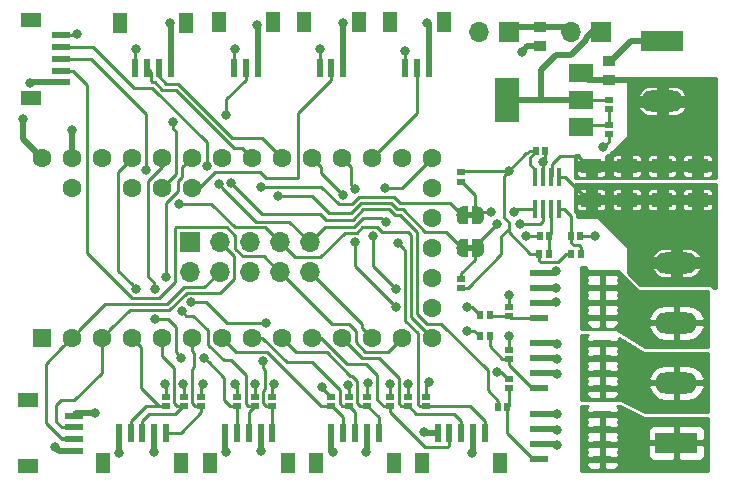
<source format=gtl>
G04 #@! TF.GenerationSoftware,KiCad,Pcbnew,5.0.0-rc2-unknown-2cb65f9~65~ubuntu17.10.1*
G04 #@! TF.CreationDate,2018-06-03T21:59:00-07:00*
G04 #@! TF.ProjectId,led_controller,6C65645F636F6E74726F6C6C65722E6B,rev?*
G04 #@! TF.SameCoordinates,Original*
G04 #@! TF.FileFunction,Copper,L1,Top,Signal*
G04 #@! TF.FilePolarity,Positive*
%FSLAX46Y46*%
G04 Gerber Fmt 4.6, Leading zero omitted, Abs format (unit mm)*
G04 Created by KiCad (PCBNEW 5.0.0-rc2-unknown-2cb65f9~65~ubuntu17.10.1) date Sun Jun  3 21:59:00 2018*
%MOMM*%
%LPD*%
G01*
G04 APERTURE LIST*
G04 #@! TA.AperFunction,SMDPad,CuDef*
%ADD10R,0.575000X0.650000*%
G04 #@! TD*
G04 #@! TA.AperFunction,SMDPad,CuDef*
%ADD11R,1.000000X0.820000*%
G04 #@! TD*
G04 #@! TA.AperFunction,SMDPad,CuDef*
%ADD12R,0.650000X0.575000*%
G04 #@! TD*
G04 #@! TA.AperFunction,SMDPad,CuDef*
%ADD13R,1.200000X1.800000*%
G04 #@! TD*
G04 #@! TA.AperFunction,SMDPad,CuDef*
%ADD14R,0.600000X1.550000*%
G04 #@! TD*
G04 #@! TA.AperFunction,SMDPad,CuDef*
%ADD15R,1.800000X1.220000*%
G04 #@! TD*
G04 #@! TA.AperFunction,SMDPad,CuDef*
%ADD16R,1.550000X0.600000*%
G04 #@! TD*
G04 #@! TA.AperFunction,SMDPad,CuDef*
%ADD17R,1.800000X1.200000*%
G04 #@! TD*
G04 #@! TA.AperFunction,ComponentPad*
%ADD18R,3.600000X1.800000*%
G04 #@! TD*
G04 #@! TA.AperFunction,ComponentPad*
%ADD19O,3.600000X1.800000*%
G04 #@! TD*
G04 #@! TA.AperFunction,ComponentPad*
%ADD20R,1.700000X1.700000*%
G04 #@! TD*
G04 #@! TA.AperFunction,ComponentPad*
%ADD21O,1.700000X1.700000*%
G04 #@! TD*
G04 #@! TA.AperFunction,SMDPad,CuDef*
%ADD22R,0.500000X1.500000*%
G04 #@! TD*
G04 #@! TA.AperFunction,Conductor*
%ADD23C,0.100000*%
G04 #@! TD*
G04 #@! TA.AperFunction,SMDPad,CuDef*
%ADD24C,1.000000*%
G04 #@! TD*
G04 #@! TA.AperFunction,SMDPad,CuDef*
%ADD25R,0.500000X0.600000*%
G04 #@! TD*
G04 #@! TA.AperFunction,SMDPad,CuDef*
%ADD26R,2.000000X3.800000*%
G04 #@! TD*
G04 #@! TA.AperFunction,SMDPad,CuDef*
%ADD27R,2.000000X1.500000*%
G04 #@! TD*
G04 #@! TA.AperFunction,ComponentPad*
%ADD28C,1.600000*%
G04 #@! TD*
G04 #@! TA.AperFunction,ComponentPad*
%ADD29R,1.600000X1.600000*%
G04 #@! TD*
G04 #@! TA.AperFunction,SMDPad,CuDef*
%ADD30R,0.400000X1.560000*%
G04 #@! TD*
G04 #@! TA.AperFunction,ViaPad*
%ADD31C,0.800000*%
G04 #@! TD*
G04 #@! TA.AperFunction,Conductor*
%ADD32C,0.250000*%
G04 #@! TD*
G04 #@! TA.AperFunction,Conductor*
%ADD33C,0.500000*%
G04 #@! TD*
G04 #@! TA.AperFunction,Conductor*
%ADD34C,0.254000*%
G04 #@! TD*
G04 APERTURE END LIST*
D10*
G04 #@! TO.P,C3,1*
G04 #@! TO.N,+3V3*
X144325000Y-112300000D03*
G04 #@! TO.P,C3,2*
G04 #@! TO.N,GND*
X145100000Y-112300000D03*
G04 #@! TD*
D11*
G04 #@! TO.P,C2,1*
G04 #@! TO.N,+5V*
X144700000Y-101800000D03*
G04 #@! TO.P,C2,2*
G04 #@! TO.N,GND*
X144700000Y-103400000D03*
G04 #@! TD*
D12*
G04 #@! TO.P,R11,2*
G04 #@! TO.N,Net-(JP1-Pad1)*
X138000000Y-123112500D03*
G04 #@! TO.P,R11,1*
G04 #@! TO.N,+3V3*
X138000000Y-123887500D03*
G04 #@! TD*
G04 #@! TO.P,R10,1*
G04 #@! TO.N,+3V3*
X138000000Y-114112500D03*
G04 #@! TO.P,R10,2*
G04 #@! TO.N,Net-(JP2-Pad1)*
X138000000Y-114887500D03*
G04 #@! TD*
D13*
G04 #@! TO.P,J3,MP*
G04 #@! TO.N,N/C*
X124700000Y-101375000D03*
X129300000Y-101375000D03*
D14*
G04 #@! TO.P,J3,3*
G04 #@! TO.N,GND*
X126000000Y-105250000D03*
G04 #@! TO.P,J3,2*
G04 #@! TO.N,/ADC_2*
X127000000Y-105250000D03*
G04 #@! TO.P,J3,1*
G04 #@! TO.N,+3V3*
X128000000Y-105250000D03*
G04 #@! TD*
G04 #@! TO.P,J2,1*
G04 #@! TO.N,+3V3*
X135250000Y-105250000D03*
G04 #@! TO.P,J2,2*
G04 #@! TO.N,/ADC_1*
X134250000Y-105250000D03*
G04 #@! TO.P,J2,3*
G04 #@! TO.N,GND*
X133250000Y-105250000D03*
D13*
G04 #@! TO.P,J2,MP*
G04 #@! TO.N,N/C*
X136550000Y-101375000D03*
X131950000Y-101375000D03*
G04 #@! TD*
D14*
G04 #@! TO.P,J4,1*
G04 #@! TO.N,+3V3*
X120750000Y-105250000D03*
G04 #@! TO.P,J4,2*
G04 #@! TO.N,/ADC_3*
X119750000Y-105250000D03*
G04 #@! TO.P,J4,3*
G04 #@! TO.N,GND*
X118750000Y-105250000D03*
D13*
G04 #@! TO.P,J4,MP*
G04 #@! TO.N,N/C*
X122050000Y-101375000D03*
X117450000Y-101375000D03*
G04 #@! TD*
G04 #@! TO.P,SW4,MP*
G04 #@! TO.N,N/C*
X134700000Y-138700000D03*
X141300000Y-138700000D03*
D14*
G04 #@! TO.P,SW4,5*
G04 #@! TO.N,GND*
X136000000Y-136175000D03*
G04 #@! TO.P,SW4,4*
G04 #@! TO.N,/SW4*
X137000000Y-136175000D03*
G04 #@! TO.P,SW4,3*
G04 #@! TO.N,/ENC_4B*
X138000000Y-136175000D03*
G04 #@! TO.P,SW4,2*
G04 #@! TO.N,GND*
X139000000Y-136175000D03*
G04 #@! TO.P,SW4,1*
G04 #@! TO.N,/ENC_4A*
X140000000Y-136175000D03*
G04 #@! TD*
G04 #@! TO.P,SW3,1*
G04 #@! TO.N,/ENC_3A*
X131000000Y-136175000D03*
G04 #@! TO.P,SW3,2*
G04 #@! TO.N,GND*
X130000000Y-136175000D03*
G04 #@! TO.P,SW3,3*
G04 #@! TO.N,/ENC_3B*
X129000000Y-136175000D03*
G04 #@! TO.P,SW3,4*
G04 #@! TO.N,/SW3*
X128000000Y-136175000D03*
G04 #@! TO.P,SW3,5*
G04 #@! TO.N,GND*
X127000000Y-136175000D03*
D13*
G04 #@! TO.P,SW3,MP*
G04 #@! TO.N,N/C*
X132300000Y-138700000D03*
X125700000Y-138700000D03*
G04 #@! TD*
G04 #@! TO.P,SW2,MP*
G04 #@! TO.N,N/C*
X116700000Y-138700000D03*
X123300000Y-138700000D03*
D14*
G04 #@! TO.P,SW2,5*
G04 #@! TO.N,GND*
X118000000Y-136175000D03*
G04 #@! TO.P,SW2,4*
G04 #@! TO.N,/SW2*
X119000000Y-136175000D03*
G04 #@! TO.P,SW2,3*
G04 #@! TO.N,/ENC_2B*
X120000000Y-136175000D03*
G04 #@! TO.P,SW2,2*
G04 #@! TO.N,GND*
X121000000Y-136175000D03*
G04 #@! TO.P,SW2,1*
G04 #@! TO.N,/ENC_2A*
X122000000Y-136175000D03*
G04 #@! TD*
G04 #@! TO.P,SW1,1*
G04 #@! TO.N,/ENC_1A*
X113000000Y-136175000D03*
G04 #@! TO.P,SW1,2*
G04 #@! TO.N,GND*
X112000000Y-136175000D03*
G04 #@! TO.P,SW1,3*
G04 #@! TO.N,/ENC_1B*
X111000000Y-136175000D03*
G04 #@! TO.P,SW1,4*
G04 #@! TO.N,/SW1*
X110000000Y-136175000D03*
G04 #@! TO.P,SW1,5*
G04 #@! TO.N,GND*
X109000000Y-136175000D03*
D13*
G04 #@! TO.P,SW1,MP*
G04 #@! TO.N,N/C*
X114300000Y-138700000D03*
X107700000Y-138700000D03*
G04 #@! TD*
D10*
G04 #@! TO.P,R20,2*
G04 #@! TO.N,GND*
X148087500Y-119500000D03*
G04 #@! TO.P,R20,1*
G04 #@! TO.N,Net-(R19-Pad2)*
X147312500Y-119500000D03*
G04 #@! TD*
G04 #@! TO.P,R19,1*
G04 #@! TO.N,+3V3*
X147325000Y-121000000D03*
G04 #@! TO.P,R19,2*
G04 #@! TO.N,Net-(R19-Pad2)*
X148100000Y-121000000D03*
G04 #@! TD*
D12*
G04 #@! TO.P,R18,2*
G04 #@! TO.N,GND*
X142000000Y-131612500D03*
G04 #@! TO.P,R18,1*
G04 #@! TO.N,Net-(Q3-Pad4)*
X142000000Y-132387500D03*
G04 #@! TD*
G04 #@! TO.P,R17,1*
G04 #@! TO.N,Net-(Q2-Pad4)*
X142000000Y-129887500D03*
G04 #@! TO.P,R17,2*
G04 #@! TO.N,GND*
X142000000Y-129112500D03*
G04 #@! TD*
D10*
G04 #@! TO.P,R16,2*
G04 #@! TO.N,Net-(Q3-Pad4)*
X141887500Y-134000000D03*
G04 #@! TO.P,R16,1*
G04 #@! TO.N,/PWM_R*
X141112500Y-134000000D03*
G04 #@! TD*
D12*
G04 #@! TO.P,R15,1*
G04 #@! TO.N,Net-(Q1-Pad4)*
X142000000Y-126275000D03*
G04 #@! TO.P,R15,2*
G04 #@! TO.N,GND*
X142000000Y-125500000D03*
G04 #@! TD*
D10*
G04 #@! TO.P,R14,2*
G04 #@! TO.N,Net-(Q2-Pad4)*
X140387500Y-128000000D03*
G04 #@! TO.P,R14,1*
G04 #@! TO.N,/PWM_G*
X139612500Y-128000000D03*
G04 #@! TD*
G04 #@! TO.P,R13,1*
G04 #@! TO.N,/PWM_B*
X139612500Y-126190000D03*
G04 #@! TO.P,R13,2*
G04 #@! TO.N,Net-(Q1-Pad4)*
X140387500Y-126190000D03*
G04 #@! TD*
D12*
G04 #@! TO.P,R9,2*
G04 #@! TO.N,+3V3*
X132000000Y-133112500D03*
G04 #@! TO.P,R9,1*
G04 #@! TO.N,/SW4*
X132000000Y-133887500D03*
G04 #@! TD*
G04 #@! TO.P,R8,2*
G04 #@! TO.N,+3V3*
X133500000Y-133112500D03*
G04 #@! TO.P,R8,1*
G04 #@! TO.N,/ENC_4B*
X133500000Y-133887500D03*
G04 #@! TD*
D10*
G04 #@! TO.P,R21,1*
G04 #@! TO.N,+3V3*
X144612500Y-121000000D03*
G04 #@! TO.P,R21,2*
G04 #@! TO.N,Net-(R21-Pad2)*
X145387500Y-121000000D03*
G04 #@! TD*
D12*
G04 #@! TO.P,R7,1*
G04 #@! TO.N,/ENC_4A*
X135000000Y-133887500D03*
G04 #@! TO.P,R7,2*
G04 #@! TO.N,+3V3*
X135000000Y-133112500D03*
G04 #@! TD*
G04 #@! TO.P,R1,2*
G04 #@! TO.N,+3V3*
X116000000Y-133112500D03*
G04 #@! TO.P,R1,1*
G04 #@! TO.N,/ENC_1A*
X116000000Y-133887500D03*
G04 #@! TD*
G04 #@! TO.P,R2,1*
G04 #@! TO.N,/ENC_1B*
X114500000Y-133887500D03*
G04 #@! TO.P,R2,2*
G04 #@! TO.N,+3V3*
X114500000Y-133112500D03*
G04 #@! TD*
G04 #@! TO.P,R3,2*
G04 #@! TO.N,+3V3*
X122000000Y-133112500D03*
G04 #@! TO.P,R3,1*
G04 #@! TO.N,/ENC_2A*
X122000000Y-133887500D03*
G04 #@! TD*
G04 #@! TO.P,R4,1*
G04 #@! TO.N,/ENC_2B*
X120500000Y-133887500D03*
G04 #@! TO.P,R4,2*
G04 #@! TO.N,+3V3*
X120500000Y-133112500D03*
G04 #@! TD*
G04 #@! TO.P,R5,2*
G04 #@! TO.N,+3V3*
X130000000Y-133112500D03*
G04 #@! TO.P,R5,1*
G04 #@! TO.N,/ENC_3A*
X130000000Y-133887500D03*
G04 #@! TD*
G04 #@! TO.P,R6,1*
G04 #@! TO.N,/ENC_3B*
X128500000Y-133887500D03*
G04 #@! TO.P,R6,2*
G04 #@! TO.N,+3V3*
X128500000Y-133112500D03*
G04 #@! TD*
G04 #@! TO.P,R27,2*
G04 #@! TO.N,+3V3*
X127000000Y-133112500D03*
G04 #@! TO.P,R27,1*
G04 #@! TO.N,/SW3*
X127000000Y-133887500D03*
G04 #@! TD*
G04 #@! TO.P,R26,1*
G04 #@! TO.N,/SW2*
X119000000Y-133887500D03*
G04 #@! TO.P,R26,2*
G04 #@! TO.N,+3V3*
X119000000Y-133112500D03*
G04 #@! TD*
G04 #@! TO.P,R25,2*
G04 #@! TO.N,+3V3*
X113000000Y-133112500D03*
G04 #@! TO.P,R25,1*
G04 #@! TO.N,/SW1*
X113000000Y-133887500D03*
G04 #@! TD*
G04 #@! TO.P,R24,1*
G04 #@! TO.N,Net-(R23-Pad2)*
X150500000Y-110112500D03*
G04 #@! TO.P,R24,2*
G04 #@! TO.N,GND*
X150500000Y-110887500D03*
G04 #@! TD*
G04 #@! TO.P,R23,2*
G04 #@! TO.N,Net-(R23-Pad2)*
X150500000Y-108775000D03*
G04 #@! TO.P,R23,1*
G04 #@! TO.N,/5V_SW*
X150500000Y-108000000D03*
G04 #@! TD*
D10*
G04 #@! TO.P,R22,1*
G04 #@! TO.N,Net-(R21-Pad2)*
X145417500Y-119500000D03*
G04 #@! TO.P,R22,2*
G04 #@! TO.N,GND*
X144642500Y-119500000D03*
G04 #@! TD*
D15*
G04 #@! TO.P,R30,2*
G04 #@! TO.N,/12V_SHUNT*
X158000000Y-116430000D03*
G04 #@! TO.P,R30,1*
G04 #@! TO.N,+12V*
X158000000Y-113570000D03*
G04 #@! TD*
G04 #@! TO.P,R12,1*
G04 #@! TO.N,+12V*
X149000000Y-113570000D03*
G04 #@! TO.P,R12,2*
G04 #@! TO.N,/12V_SHUNT*
X149000000Y-116430000D03*
G04 #@! TD*
G04 #@! TO.P,R28,2*
G04 #@! TO.N,/12V_SHUNT*
X155000000Y-116430000D03*
G04 #@! TO.P,R28,1*
G04 #@! TO.N,+12V*
X155000000Y-113570000D03*
G04 #@! TD*
G04 #@! TO.P,R29,1*
G04 #@! TO.N,+12V*
X152000000Y-113570000D03*
G04 #@! TO.P,R29,2*
G04 #@! TO.N,/12V_SHUNT*
X152000000Y-116430000D03*
G04 #@! TD*
D11*
G04 #@! TO.P,C1,2*
G04 #@! TO.N,GND*
X150500000Y-104700000D03*
G04 #@! TO.P,C1,1*
G04 #@! TO.N,+12V*
X150500000Y-106300000D03*
G04 #@! TD*
D16*
G04 #@! TO.P,J7,1*
G04 #@! TO.N,+3V3*
X104075000Y-106500000D03*
G04 #@! TO.P,J7,2*
G04 #@! TO.N,/MOSI0*
X104075000Y-105500000D03*
G04 #@! TO.P,J7,3*
G04 #@! TO.N,/MISO0*
X104075000Y-104500000D03*
G04 #@! TO.P,J7,4*
G04 #@! TO.N,/SCK0*
X104075000Y-103500000D03*
G04 #@! TO.P,J7,5*
G04 #@! TO.N,GND*
X104075000Y-102500000D03*
D17*
G04 #@! TO.P,J7,MP*
G04 #@! TO.N,N/C*
X101550000Y-107800000D03*
X101550000Y-101200000D03*
G04 #@! TD*
G04 #@! TO.P,J9,MP*
G04 #@! TO.N,N/C*
X101325000Y-139000000D03*
X101325000Y-133400000D03*
D16*
G04 #@! TO.P,J9,4*
G04 #@! TO.N,GND*
X105200000Y-137700000D03*
G04 #@! TO.P,J9,3*
G04 #@! TO.N,/RX*
X105200000Y-136700000D03*
G04 #@! TO.P,J9,2*
G04 #@! TO.N,/TX*
X105200000Y-135700000D03*
G04 #@! TO.P,J9,1*
G04 #@! TO.N,+3V3*
X105200000Y-134700000D03*
G04 #@! TD*
D14*
G04 #@! TO.P,J5,1*
G04 #@! TO.N,+3V3*
X113400000Y-105300000D03*
G04 #@! TO.P,J5,2*
G04 #@! TO.N,/SDA*
X112400000Y-105300000D03*
G04 #@! TO.P,J5,3*
G04 #@! TO.N,/SCL*
X111400000Y-105300000D03*
G04 #@! TO.P,J5,4*
G04 #@! TO.N,GND*
X110400000Y-105300000D03*
D13*
G04 #@! TO.P,J5,MP*
G04 #@! TO.N,N/C*
X114700000Y-101425000D03*
X109100000Y-101425000D03*
G04 #@! TD*
D18*
G04 #@! TO.P,J1,1*
G04 #@! TO.N,GND*
X155000000Y-103000000D03*
D19*
G04 #@! TO.P,J1,2*
G04 #@! TO.N,+12V*
X155000000Y-108080000D03*
G04 #@! TD*
D18*
G04 #@! TO.P,J10,1*
G04 #@! TO.N,/OUT_R*
X156210000Y-137000000D03*
D19*
G04 #@! TO.P,J10,2*
G04 #@! TO.N,/OUT_G*
X156210000Y-131920000D03*
G04 #@! TO.P,J10,3*
G04 #@! TO.N,/OUT_B*
X156210000Y-126840000D03*
G04 #@! TO.P,J10,4*
G04 #@! TO.N,/12V_SHUNT*
X156210000Y-121760000D03*
G04 #@! TD*
D20*
G04 #@! TO.P,J6,1*
G04 #@! TO.N,+3V3*
X115000000Y-120000000D03*
D21*
G04 #@! TO.P,J6,2*
G04 #@! TO.N,GND*
X115000000Y-122540000D03*
G04 #@! TO.P,J6,3*
G04 #@! TO.N,/TX*
X117540000Y-120000000D03*
G04 #@! TO.P,J6,4*
G04 #@! TO.N,/RX*
X117540000Y-122540000D03*
G04 #@! TO.P,J6,5*
G04 #@! TO.N,/SCL*
X120080000Y-120000000D03*
G04 #@! TO.P,J6,6*
G04 #@! TO.N,/SDA*
X120080000Y-122540000D03*
G04 #@! TO.P,J6,7*
G04 #@! TO.N,/MISO0*
X122620000Y-120000000D03*
G04 #@! TO.P,J6,8*
G04 #@! TO.N,/MOSI0*
X122620000Y-122540000D03*
G04 #@! TO.P,J6,9*
G04 #@! TO.N,/SCK0*
X125160000Y-120000000D03*
G04 #@! TO.P,J6,10*
G04 #@! TO.N,/CS0*
X125160000Y-122540000D03*
G04 #@! TD*
D20*
G04 #@! TO.P,SW5,1*
G04 #@! TO.N,/5V_SW*
X149800000Y-102200000D03*
D21*
G04 #@! TO.P,SW5,2*
G04 #@! TO.N,+5V*
X147260000Y-102200000D03*
G04 #@! TD*
D22*
G04 #@! TO.P,JP2,2*
G04 #@! TO.N,/SCL*
X138350000Y-117750000D03*
G04 #@! TO.P,JP2,1*
G04 #@! TO.N,Net-(JP2-Pad1)*
X139150000Y-117750000D03*
D23*
G04 #@! TD*
G04 #@! TO.N,Net-(JP2-Pad1)*
G04 #@! TO.C,JP2*
G36*
X139449010Y-117002408D02*
X139497546Y-117009607D01*
X139545143Y-117021530D01*
X139591343Y-117038060D01*
X139635699Y-117059039D01*
X139677786Y-117084265D01*
X139717198Y-117113495D01*
X139753554Y-117146447D01*
X139786506Y-117182803D01*
X139815736Y-117222215D01*
X139840962Y-117264302D01*
X139861941Y-117308658D01*
X139878471Y-117354858D01*
X139890394Y-117402455D01*
X139897593Y-117450991D01*
X139900001Y-117500000D01*
X139900001Y-118000000D01*
X139897593Y-118049009D01*
X139890394Y-118097545D01*
X139878471Y-118145142D01*
X139861941Y-118191342D01*
X139840962Y-118235698D01*
X139815736Y-118277785D01*
X139786506Y-118317197D01*
X139753554Y-118353553D01*
X139717198Y-118386505D01*
X139677786Y-118415735D01*
X139635699Y-118440961D01*
X139591343Y-118461940D01*
X139545143Y-118478470D01*
X139497546Y-118490393D01*
X139449010Y-118497592D01*
X139400001Y-118500000D01*
X139399999Y-118500000D01*
X139350990Y-118497592D01*
X139302454Y-118490393D01*
X139254857Y-118478470D01*
X139208657Y-118461940D01*
X139164301Y-118440961D01*
X139122214Y-118415735D01*
X139082802Y-118386505D01*
X139046446Y-118353553D01*
X139013494Y-118317197D01*
X138984264Y-118277785D01*
X138959038Y-118235698D01*
X138938059Y-118191342D01*
X138921529Y-118145142D01*
X138909606Y-118097545D01*
X138902407Y-118049009D01*
X138899999Y-118000000D01*
X138899999Y-117500000D01*
X138902407Y-117450991D01*
X138909606Y-117402455D01*
X138921529Y-117354858D01*
X138938059Y-117308658D01*
X138959038Y-117264302D01*
X138984264Y-117222215D01*
X139013494Y-117182803D01*
X139046446Y-117146447D01*
X139082802Y-117113495D01*
X139122214Y-117084265D01*
X139164301Y-117059039D01*
X139208657Y-117038060D01*
X139254857Y-117021530D01*
X139302454Y-117009607D01*
X139350990Y-117002408D01*
X139399999Y-117000000D01*
X139400001Y-117000000D01*
X139449010Y-117002408D01*
X139449010Y-117002408D01*
G37*
D24*
G04 #@! TO.P,JP2,1*
G04 #@! TO.N,Net-(JP2-Pad1)*
X139400000Y-117750000D03*
D23*
G04 #@! TD*
G04 #@! TO.N,/SCL*
G04 #@! TO.C,JP2*
G36*
X138149010Y-117002408D02*
X138197546Y-117009607D01*
X138245143Y-117021530D01*
X138291343Y-117038060D01*
X138335699Y-117059039D01*
X138377786Y-117084265D01*
X138417198Y-117113495D01*
X138453554Y-117146447D01*
X138486506Y-117182803D01*
X138515736Y-117222215D01*
X138540962Y-117264302D01*
X138561941Y-117308658D01*
X138578471Y-117354858D01*
X138590394Y-117402455D01*
X138597593Y-117450991D01*
X138600001Y-117500000D01*
X138600001Y-118000000D01*
X138597593Y-118049009D01*
X138590394Y-118097545D01*
X138578471Y-118145142D01*
X138561941Y-118191342D01*
X138540962Y-118235698D01*
X138515736Y-118277785D01*
X138486506Y-118317197D01*
X138453554Y-118353553D01*
X138417198Y-118386505D01*
X138377786Y-118415735D01*
X138335699Y-118440961D01*
X138291343Y-118461940D01*
X138245143Y-118478470D01*
X138197546Y-118490393D01*
X138149010Y-118497592D01*
X138100001Y-118500000D01*
X138099999Y-118500000D01*
X138050990Y-118497592D01*
X138002454Y-118490393D01*
X137954857Y-118478470D01*
X137908657Y-118461940D01*
X137864301Y-118440961D01*
X137822214Y-118415735D01*
X137782802Y-118386505D01*
X137746446Y-118353553D01*
X137713494Y-118317197D01*
X137684264Y-118277785D01*
X137659038Y-118235698D01*
X137638059Y-118191342D01*
X137621529Y-118145142D01*
X137609606Y-118097545D01*
X137602407Y-118049009D01*
X137599999Y-118000000D01*
X137599999Y-117500000D01*
X137602407Y-117450991D01*
X137609606Y-117402455D01*
X137621529Y-117354858D01*
X137638059Y-117308658D01*
X137659038Y-117264302D01*
X137684264Y-117222215D01*
X137713494Y-117182803D01*
X137746446Y-117146447D01*
X137782802Y-117113495D01*
X137822214Y-117084265D01*
X137864301Y-117059039D01*
X137908657Y-117038060D01*
X137954857Y-117021530D01*
X138002454Y-117009607D01*
X138050990Y-117002408D01*
X138099999Y-117000000D01*
X138100001Y-117000000D01*
X138149010Y-117002408D01*
X138149010Y-117002408D01*
G37*
D24*
G04 #@! TO.P,JP2,2*
G04 #@! TO.N,/SCL*
X138100000Y-117750000D03*
D25*
G04 #@! TO.P,JP2,1*
G04 #@! TO.N,Net-(JP2-Pad1)*
X138750000Y-117750000D03*
G04 #@! TD*
G04 #@! TO.P,JP1,1*
G04 #@! TO.N,Net-(JP1-Pad1)*
X138750000Y-120500000D03*
D23*
G04 #@! TD*
G04 #@! TO.N,/SDA*
G04 #@! TO.C,JP1*
G36*
X138149010Y-119752408D02*
X138197546Y-119759607D01*
X138245143Y-119771530D01*
X138291343Y-119788060D01*
X138335699Y-119809039D01*
X138377786Y-119834265D01*
X138417198Y-119863495D01*
X138453554Y-119896447D01*
X138486506Y-119932803D01*
X138515736Y-119972215D01*
X138540962Y-120014302D01*
X138561941Y-120058658D01*
X138578471Y-120104858D01*
X138590394Y-120152455D01*
X138597593Y-120200991D01*
X138600001Y-120250000D01*
X138600001Y-120750000D01*
X138597593Y-120799009D01*
X138590394Y-120847545D01*
X138578471Y-120895142D01*
X138561941Y-120941342D01*
X138540962Y-120985698D01*
X138515736Y-121027785D01*
X138486506Y-121067197D01*
X138453554Y-121103553D01*
X138417198Y-121136505D01*
X138377786Y-121165735D01*
X138335699Y-121190961D01*
X138291343Y-121211940D01*
X138245143Y-121228470D01*
X138197546Y-121240393D01*
X138149010Y-121247592D01*
X138100001Y-121250000D01*
X138099999Y-121250000D01*
X138050990Y-121247592D01*
X138002454Y-121240393D01*
X137954857Y-121228470D01*
X137908657Y-121211940D01*
X137864301Y-121190961D01*
X137822214Y-121165735D01*
X137782802Y-121136505D01*
X137746446Y-121103553D01*
X137713494Y-121067197D01*
X137684264Y-121027785D01*
X137659038Y-120985698D01*
X137638059Y-120941342D01*
X137621529Y-120895142D01*
X137609606Y-120847545D01*
X137602407Y-120799009D01*
X137599999Y-120750000D01*
X137599999Y-120250000D01*
X137602407Y-120200991D01*
X137609606Y-120152455D01*
X137621529Y-120104858D01*
X137638059Y-120058658D01*
X137659038Y-120014302D01*
X137684264Y-119972215D01*
X137713494Y-119932803D01*
X137746446Y-119896447D01*
X137782802Y-119863495D01*
X137822214Y-119834265D01*
X137864301Y-119809039D01*
X137908657Y-119788060D01*
X137954857Y-119771530D01*
X138002454Y-119759607D01*
X138050990Y-119752408D01*
X138099999Y-119750000D01*
X138100001Y-119750000D01*
X138149010Y-119752408D01*
X138149010Y-119752408D01*
G37*
D24*
G04 #@! TO.P,JP1,2*
G04 #@! TO.N,/SDA*
X138100000Y-120500000D03*
D23*
G04 #@! TD*
G04 #@! TO.N,Net-(JP1-Pad1)*
G04 #@! TO.C,JP1*
G36*
X139449010Y-119752408D02*
X139497546Y-119759607D01*
X139545143Y-119771530D01*
X139591343Y-119788060D01*
X139635699Y-119809039D01*
X139677786Y-119834265D01*
X139717198Y-119863495D01*
X139753554Y-119896447D01*
X139786506Y-119932803D01*
X139815736Y-119972215D01*
X139840962Y-120014302D01*
X139861941Y-120058658D01*
X139878471Y-120104858D01*
X139890394Y-120152455D01*
X139897593Y-120200991D01*
X139900001Y-120250000D01*
X139900001Y-120750000D01*
X139897593Y-120799009D01*
X139890394Y-120847545D01*
X139878471Y-120895142D01*
X139861941Y-120941342D01*
X139840962Y-120985698D01*
X139815736Y-121027785D01*
X139786506Y-121067197D01*
X139753554Y-121103553D01*
X139717198Y-121136505D01*
X139677786Y-121165735D01*
X139635699Y-121190961D01*
X139591343Y-121211940D01*
X139545143Y-121228470D01*
X139497546Y-121240393D01*
X139449010Y-121247592D01*
X139400001Y-121250000D01*
X139399999Y-121250000D01*
X139350990Y-121247592D01*
X139302454Y-121240393D01*
X139254857Y-121228470D01*
X139208657Y-121211940D01*
X139164301Y-121190961D01*
X139122214Y-121165735D01*
X139082802Y-121136505D01*
X139046446Y-121103553D01*
X139013494Y-121067197D01*
X138984264Y-121027785D01*
X138959038Y-120985698D01*
X138938059Y-120941342D01*
X138921529Y-120895142D01*
X138909606Y-120847545D01*
X138902407Y-120799009D01*
X138899999Y-120750000D01*
X138899999Y-120250000D01*
X138902407Y-120200991D01*
X138909606Y-120152455D01*
X138921529Y-120104858D01*
X138938059Y-120058658D01*
X138959038Y-120014302D01*
X138984264Y-119972215D01*
X139013494Y-119932803D01*
X139046446Y-119896447D01*
X139082802Y-119863495D01*
X139122214Y-119834265D01*
X139164301Y-119809039D01*
X139208657Y-119788060D01*
X139254857Y-119771530D01*
X139302454Y-119759607D01*
X139350990Y-119752408D01*
X139399999Y-119750000D01*
X139400001Y-119750000D01*
X139449010Y-119752408D01*
X139449010Y-119752408D01*
G37*
D24*
G04 #@! TO.P,JP1,1*
G04 #@! TO.N,Net-(JP1-Pad1)*
X139400000Y-120500000D03*
D22*
X139150000Y-120500000D03*
G04 #@! TO.P,JP1,2*
G04 #@! TO.N,/SDA*
X138350000Y-120500000D03*
G04 #@! TD*
D26*
G04 #@! TO.P,U1,2*
G04 #@! TO.N,/5V_SW*
X141850000Y-108000000D03*
D27*
X148150000Y-108000000D03*
G04 #@! TO.P,U1,3*
G04 #@! TO.N,+12V*
X148150000Y-105700000D03*
G04 #@! TO.P,U1,1*
G04 #@! TO.N,Net-(R23-Pad2)*
X148150000Y-110300000D03*
G04 #@! TD*
D28*
G04 #@! TO.P,U2,17*
G04 #@! TO.N,GND*
X135510000Y-120500000D03*
G04 #@! TO.P,U2,18*
G04 #@! TO.N,Net-(U2-Pad18)*
X135510000Y-117960000D03*
G04 #@! TO.P,U2,19*
G04 #@! TO.N,Net-(U2-Pad19)*
X135510000Y-115420001D03*
G04 #@! TO.P,U2,20*
G04 #@! TO.N,/SCK0*
X135510000Y-112880000D03*
G04 #@! TO.P,U2,16*
G04 #@! TO.N,Net-(U2-Pad16)*
X135510000Y-123040000D03*
G04 #@! TO.P,U2,15*
G04 #@! TO.N,Net-(U2-Pad15)*
X135510000Y-125579999D03*
G04 #@! TO.P,U2,14*
G04 #@! TO.N,/MISO0*
X135510000Y-128120000D03*
G04 #@! TO.P,U2,21*
G04 #@! TO.N,/ENC_4A*
X132970000Y-112880000D03*
G04 #@! TO.P,U2,22*
G04 #@! TO.N,/ADC_1*
X130430000Y-112880000D03*
G04 #@! TO.P,U2,23*
G04 #@! TO.N,/PWM_B*
X127890000Y-112880000D03*
G04 #@! TO.P,U2,24*
G04 #@! TO.N,/PWM_G*
X125350000Y-112880000D03*
G04 #@! TO.P,U2,25*
G04 #@! TO.N,/SDA*
X122810000Y-112880000D03*
G04 #@! TO.P,U2,26*
G04 #@! TO.N,/SCL*
X120270000Y-112880000D03*
G04 #@! TO.P,U2,27*
G04 #@! TO.N,/PWM_R*
X117730000Y-112880000D03*
G04 #@! TO.P,U2,28*
G04 #@! TO.N,/ENC_2A*
X115190000Y-112880000D03*
G04 #@! TO.P,U2,29*
G04 #@! TO.N,/ENC_2B*
X112650000Y-112880000D03*
G04 #@! TO.P,U2,30*
G04 #@! TO.N,/SW2*
X110110000Y-112880000D03*
G04 #@! TO.P,U2,31*
G04 #@! TO.N,+3V3*
X107570000Y-112880000D03*
G04 #@! TO.P,U2,32*
G04 #@! TO.N,GND*
X105030000Y-112880000D03*
G04 #@! TO.P,U2,33*
G04 #@! TO.N,+5V*
X102490000Y-112880000D03*
G04 #@! TO.P,U2,34*
G04 #@! TO.N,Net-(U2-Pad34)*
X105030000Y-115420000D03*
G04 #@! TO.P,U2,35*
G04 #@! TO.N,Net-(U2-Pad35)*
X110110000Y-115420000D03*
G04 #@! TO.P,U2,36*
G04 #@! TO.N,/ADC_3*
X112649999Y-115420000D03*
G04 #@! TO.P,U2,37*
G04 #@! TO.N,/ADC_2*
X115190000Y-115420000D03*
G04 #@! TO.P,U2,13*
G04 #@! TO.N,/MOSI0*
X132970000Y-128120000D03*
G04 #@! TO.P,U2,12*
G04 #@! TO.N,/CS0*
X130430000Y-128120000D03*
G04 #@! TO.P,U2,11*
G04 #@! TO.N,/ENC_4B*
X127890000Y-128120000D03*
G04 #@! TO.P,U2,10*
G04 #@! TO.N,/SW4*
X125350000Y-128120000D03*
G04 #@! TO.P,U2,9*
G04 #@! TO.N,/ENC_3A*
X122810000Y-128120000D03*
G04 #@! TO.P,U2,8*
G04 #@! TO.N,/ENC_3B*
X120270000Y-128120000D03*
G04 #@! TO.P,U2,7*
G04 #@! TO.N,/SW3*
X117730000Y-128120000D03*
G04 #@! TO.P,U2,6*
G04 #@! TO.N,/ENC_1A*
X115190000Y-128120000D03*
G04 #@! TO.P,U2,5*
G04 #@! TO.N,/ENC_1B*
X112650000Y-128120000D03*
G04 #@! TO.P,U2,4*
G04 #@! TO.N,/SW1*
X110110000Y-128120000D03*
G04 #@! TO.P,U2,3*
G04 #@! TO.N,/TX*
X107570000Y-128120000D03*
G04 #@! TO.P,U2,2*
G04 #@! TO.N,/RX*
X105030000Y-128120000D03*
D29*
G04 #@! TO.P,U2,1*
G04 #@! TO.N,Net-(U2-Pad1)*
X102490000Y-128120000D03*
G04 #@! TD*
D21*
G04 #@! TO.P,J8,2*
G04 #@! TO.N,GND*
X139460000Y-102200000D03*
D20*
G04 #@! TO.P,J8,1*
G04 #@! TO.N,+5V*
X142000000Y-102200000D03*
G04 #@! TD*
D16*
G04 #@! TO.P,Q1,8*
G04 #@! TO.N,/OUT_B*
X149950000Y-122595000D03*
G04 #@! TO.P,Q1,7*
X149950000Y-123865000D03*
G04 #@! TO.P,Q1,6*
X149950000Y-125135000D03*
G04 #@! TO.P,Q1,5*
X149950000Y-126405000D03*
G04 #@! TO.P,Q1,4*
G04 #@! TO.N,Net-(Q1-Pad4)*
X144550000Y-126405000D03*
G04 #@! TO.P,Q1,3*
G04 #@! TO.N,GND*
X144550000Y-125135000D03*
G04 #@! TO.P,Q1,2*
X144550000Y-123865000D03*
G04 #@! TO.P,Q1,1*
X144550000Y-122595000D03*
G04 #@! TD*
G04 #@! TO.P,Q2,1*
G04 #@! TO.N,GND*
X144550000Y-128595000D03*
G04 #@! TO.P,Q2,2*
X144550000Y-129865000D03*
G04 #@! TO.P,Q2,3*
X144550000Y-131135000D03*
G04 #@! TO.P,Q2,4*
G04 #@! TO.N,Net-(Q2-Pad4)*
X144550000Y-132405000D03*
G04 #@! TO.P,Q2,5*
G04 #@! TO.N,/OUT_G*
X149950000Y-132405000D03*
G04 #@! TO.P,Q2,6*
X149950000Y-131135000D03*
G04 #@! TO.P,Q2,7*
X149950000Y-129865000D03*
G04 #@! TO.P,Q2,8*
X149950000Y-128595000D03*
G04 #@! TD*
G04 #@! TO.P,Q3,8*
G04 #@! TO.N,/OUT_R*
X149950000Y-134595000D03*
G04 #@! TO.P,Q3,7*
X149950000Y-135865000D03*
G04 #@! TO.P,Q3,6*
X149950000Y-137135000D03*
G04 #@! TO.P,Q3,5*
X149950000Y-138405000D03*
G04 #@! TO.P,Q3,4*
G04 #@! TO.N,Net-(Q3-Pad4)*
X144550000Y-138405000D03*
G04 #@! TO.P,Q3,3*
G04 #@! TO.N,GND*
X144550000Y-137135000D03*
G04 #@! TO.P,Q3,2*
X144550000Y-135865000D03*
G04 #@! TO.P,Q3,1*
X144550000Y-134595000D03*
G04 #@! TD*
D30*
G04 #@! TO.P,U3,8*
G04 #@! TO.N,Net-(R19-Pad2)*
X146239557Y-117200000D03*
G04 #@! TO.P,U3,7*
G04 #@! TO.N,Net-(R21-Pad2)*
X145589557Y-117200000D03*
G04 #@! TO.P,U3,6*
G04 #@! TO.N,Net-(JP1-Pad1)*
X144929557Y-117200000D03*
G04 #@! TO.P,U3,5*
G04 #@! TO.N,Net-(JP2-Pad1)*
X144279557Y-117200000D03*
G04 #@! TO.P,U3,4*
G04 #@! TO.N,+3V3*
X144279557Y-114500000D03*
G04 #@! TO.P,U3,3*
G04 #@! TO.N,GND*
X144929557Y-114500000D03*
G04 #@! TO.P,U3,2*
G04 #@! TO.N,+12V*
X145589557Y-114500000D03*
G04 #@! TO.P,U3,1*
G04 #@! TO.N,/12V_SHUNT*
X146239557Y-114500000D03*
G04 #@! TD*
D31*
G04 #@! TO.N,+3V3*
X107000000Y-134500000D03*
X142000000Y-114000000D03*
X135081699Y-101475020D03*
X128000000Y-101500010D03*
X120700000Y-101599998D03*
X113300000Y-101500000D03*
X101500010Y-106549998D03*
X114424991Y-132000000D03*
X112874980Y-132000000D03*
X118874980Y-132000000D03*
X131924990Y-132000000D03*
X130105203Y-131978550D03*
X128375010Y-132080991D03*
X126236240Y-132261115D03*
X120575009Y-131995616D03*
X122175010Y-132001469D03*
X116137459Y-131999174D03*
X135275010Y-131885149D03*
X133524989Y-132000000D03*
G04 #@! TO.N,GND*
X105000000Y-110500000D03*
X143100000Y-103900000D03*
X110500000Y-103700000D03*
X118800000Y-103700000D03*
X126000000Y-103700000D03*
X133200000Y-103800000D03*
X144887520Y-113213968D03*
X149300000Y-119500000D03*
X143500000Y-119500000D03*
X146000000Y-122500000D03*
X146000000Y-123900000D03*
X146000000Y-125100000D03*
X146100000Y-128600000D03*
X146100000Y-129900000D03*
X146100000Y-131200000D03*
X146100000Y-134600000D03*
X146100000Y-135900000D03*
X146100000Y-137200000D03*
X105500000Y-102424990D03*
X103600000Y-137400000D03*
X109000000Y-137900000D03*
X112000000Y-137800000D03*
X118100000Y-137800000D03*
X121000000Y-137700000D03*
X134800000Y-136100000D03*
X138900000Y-137900000D03*
X129899994Y-137800000D03*
X127100000Y-137800000D03*
X142000000Y-128000000D03*
X142000000Y-124500000D03*
X141000000Y-131000000D03*
X150000000Y-112000000D03*
G04 #@! TO.N,/PWM_B*
X129000000Y-115500000D03*
X132500000Y-124000000D03*
X138500000Y-125500000D03*
X130500000Y-119500000D03*
G04 #@! TO.N,/ENC_2A*
X115100000Y-125100000D03*
X121500000Y-126900000D03*
X113000000Y-123000000D03*
X121199998Y-130100000D03*
G04 #@! TO.N,/ENC_2B*
X114328640Y-125828640D03*
X112050013Y-124000000D03*
G04 #@! TO.N,/ENC_4A*
X132623498Y-120119536D03*
G04 #@! TO.N,/PWM_R*
X118500000Y-115000000D03*
G04 #@! TO.N,/PWM_G*
X128000000Y-116000000D03*
X132500000Y-125500000D03*
X138500000Y-127500000D03*
X129000000Y-120000000D03*
G04 #@! TO.N,/ADC_3*
X118110000Y-109220000D03*
X113632029Y-109848022D03*
G04 #@! TO.N,/SW2*
X112099999Y-126550036D03*
X110500008Y-124000000D03*
X116200000Y-129800000D03*
X114300000Y-129800000D03*
G04 #@! TO.N,/MISO0*
X111329941Y-113905026D03*
X114130504Y-116774527D03*
G04 #@! TO.N,/SCK0*
X131500000Y-115449967D03*
X131588903Y-118345868D03*
X116459995Y-113579731D03*
X117455199Y-115104480D03*
G04 #@! TO.N,/SDA*
X122500000Y-116100000D03*
G04 #@! TO.N,/SCL*
X121051750Y-115306756D03*
G04 #@! TO.N,+5V*
X100900000Y-109600000D03*
G04 #@! TO.N,Net-(JP1-Pad1)*
X143000000Y-118500000D03*
X141000000Y-118500000D03*
G04 #@! TO.N,Net-(JP2-Pad1)*
X142500000Y-117500000D03*
X140500000Y-117500000D03*
G04 #@! TD*
D32*
G04 #@! TO.N,Net-(R19-Pad2)*
X146689557Y-117200000D02*
X146239557Y-117200000D01*
X147312500Y-117822943D02*
X146689557Y-117200000D01*
X147312500Y-119500000D02*
X147312500Y-117822943D01*
X147312500Y-120075000D02*
X147312500Y-119500000D01*
X147974999Y-120299999D02*
X147537499Y-120299999D01*
X148100000Y-120425000D02*
X147974999Y-120299999D01*
X147537499Y-120299999D02*
X147312500Y-120075000D01*
X148100000Y-121000000D02*
X148100000Y-120425000D01*
G04 #@! TO.N,Net-(R21-Pad2)*
X145589557Y-119327943D02*
X145417500Y-119500000D01*
X145589557Y-117200000D02*
X145589557Y-119327943D01*
X145417500Y-120970000D02*
X145387500Y-121000000D01*
X145417500Y-119500000D02*
X145417500Y-120970000D01*
D33*
G04 #@! TO.N,+3V3*
X105400000Y-134500000D02*
X105200000Y-134700000D01*
X107000000Y-134500000D02*
X105400000Y-134500000D01*
D32*
X143500000Y-112500000D02*
X142000000Y-114000000D01*
X143587500Y-112500000D02*
X143500000Y-112500000D01*
X143787500Y-112300000D02*
X143587500Y-112500000D01*
X144325000Y-112300000D02*
X143787500Y-112300000D01*
X138112500Y-114000000D02*
X138000000Y-114112500D01*
X142000000Y-114000000D02*
X138112500Y-114000000D01*
X146900000Y-121000000D02*
X147325000Y-121000000D01*
X144737501Y-121700001D02*
X146199999Y-121700001D01*
X146199999Y-121700001D02*
X146900000Y-121000000D01*
X144612500Y-121000000D02*
X144612500Y-121575000D01*
X144612500Y-121575000D02*
X144737501Y-121700001D01*
X141400000Y-119525000D02*
X142000000Y-118925000D01*
X141400000Y-121062500D02*
X141400000Y-119525000D01*
X138000000Y-123887500D02*
X138575000Y-123887500D01*
X138575000Y-123887500D02*
X141400000Y-121062500D01*
D33*
X135250000Y-101643321D02*
X135081699Y-101475020D01*
X135250000Y-105250000D02*
X135250000Y-101643321D01*
X128000000Y-105250000D02*
X128000000Y-101500010D01*
X120750000Y-101649998D02*
X120700000Y-101599998D01*
X120750000Y-105250000D02*
X120750000Y-101649998D01*
X113400000Y-101600000D02*
X113300000Y-101500000D01*
X113400000Y-105300000D02*
X113400000Y-101600000D01*
X104075000Y-106500000D02*
X101550008Y-106500000D01*
X101550008Y-106500000D02*
X101500010Y-106549998D01*
D32*
X114500000Y-133112500D02*
X114500000Y-132075009D01*
X113000000Y-132125020D02*
X112874980Y-132000000D01*
X113000000Y-133112500D02*
X113000000Y-132125020D01*
X114500000Y-132075009D02*
X114424991Y-132000000D01*
X119000000Y-132125020D02*
X118874980Y-132000000D01*
X119000000Y-133112500D02*
X119000000Y-132125020D01*
X144279557Y-113920000D02*
X144279557Y-114500000D01*
X143787500Y-113427943D02*
X144279557Y-113920000D01*
X144325000Y-112337500D02*
X143787500Y-112875000D01*
X144325000Y-112300000D02*
X144325000Y-112337500D01*
X143787500Y-112875000D02*
X143787500Y-113427943D01*
X142000000Y-118925000D02*
X142000000Y-119147004D01*
X144075000Y-121000000D02*
X144612500Y-121000000D01*
X142000000Y-119147004D02*
X143852996Y-121000000D01*
X143852996Y-121000000D02*
X144075000Y-121000000D01*
X132000000Y-132075010D02*
X131924990Y-132000000D01*
X132000000Y-133112500D02*
X132000000Y-132075010D01*
X130000000Y-132083753D02*
X130105203Y-131978550D01*
X130000000Y-133112500D02*
X130000000Y-132083753D01*
X128500000Y-132205981D02*
X128375010Y-132080991D01*
X128500000Y-133112500D02*
X128500000Y-132205981D01*
X126962500Y-133112500D02*
X126236240Y-132386240D01*
X126236240Y-132386240D02*
X126236240Y-132261115D01*
X127000000Y-133112500D02*
X126962500Y-133112500D01*
X141600001Y-114399999D02*
X141600001Y-117952999D01*
X142000000Y-114000000D02*
X141600001Y-114399999D01*
X142000000Y-118352998D02*
X142000000Y-118925000D01*
X141600001Y-117952999D02*
X142000000Y-118352998D01*
X120500000Y-133112500D02*
X120500000Y-132070625D01*
X120500000Y-132070625D02*
X120575009Y-131995616D01*
X122000000Y-132176479D02*
X122175010Y-132001469D01*
X122000000Y-133112500D02*
X122000000Y-132176479D01*
X116000000Y-133112500D02*
X116000000Y-132136633D01*
X116000000Y-132136633D02*
X116137459Y-131999174D01*
X133500000Y-132024989D02*
X133524989Y-132000000D01*
X135000000Y-133112500D02*
X135000000Y-132160159D01*
X135000000Y-132160159D02*
X135275010Y-131885149D01*
X133500000Y-133112500D02*
X133500000Y-132024989D01*
D33*
G04 #@! TO.N,GND*
X105030000Y-110530000D02*
X105000000Y-110500000D01*
X105030000Y-112880000D02*
X105030000Y-110530000D01*
X144700000Y-103400000D02*
X143600000Y-103400000D01*
X143600000Y-103400000D02*
X143100000Y-103900000D01*
D32*
X110400000Y-105300000D02*
X110400000Y-103800000D01*
X110400000Y-103800000D02*
X110500000Y-103700000D01*
X118750000Y-105250000D02*
X118750000Y-103750000D01*
X118750000Y-103750000D02*
X118800000Y-103700000D01*
X126000000Y-105250000D02*
X126000000Y-103700000D01*
X133250000Y-105250000D02*
X133250000Y-103850000D01*
X133250000Y-103850000D02*
X133200000Y-103800000D01*
X145100000Y-112300000D02*
X145100000Y-113001488D01*
X145100000Y-113001488D02*
X144887520Y-113213968D01*
X148087500Y-119500000D02*
X149300000Y-119500000D01*
X144642500Y-119500000D02*
X143500000Y-119500000D01*
D33*
X144550000Y-122595000D02*
X145905000Y-122595000D01*
X145905000Y-122595000D02*
X146000000Y-122500000D01*
X145865000Y-123865000D02*
X144550000Y-123865000D01*
X146000000Y-123900000D02*
X145865000Y-123865000D01*
X144550000Y-125135000D02*
X145965000Y-125135000D01*
X145965000Y-125135000D02*
X146000000Y-125100000D01*
X144550000Y-128595000D02*
X146095000Y-128595000D01*
X146095000Y-128595000D02*
X146100000Y-128600000D01*
X144550000Y-129865000D02*
X146065000Y-129865000D01*
X146065000Y-129865000D02*
X146100000Y-129900000D01*
X144550000Y-131135000D02*
X146035000Y-131135000D01*
X146035000Y-131135000D02*
X146100000Y-131200000D01*
X144550000Y-134595000D02*
X146095000Y-134595000D01*
X146095000Y-134595000D02*
X146100000Y-134600000D01*
X144550000Y-135865000D02*
X146065000Y-135865000D01*
X146065000Y-135865000D02*
X146100000Y-135900000D01*
X144550000Y-137135000D02*
X146035000Y-137135000D01*
X146035000Y-137135000D02*
X146100000Y-137200000D01*
D32*
X105424990Y-102500000D02*
X105500000Y-102424990D01*
X104075000Y-102500000D02*
X105424990Y-102500000D01*
D33*
X105200000Y-137700000D02*
X103900000Y-137700000D01*
X103900000Y-137700000D02*
X103600000Y-137400000D01*
X109000000Y-136175000D02*
X109000000Y-137900000D01*
X112000000Y-136175000D02*
X112000000Y-137800000D01*
X118000000Y-137700000D02*
X118100000Y-137800000D01*
X118000000Y-136175000D02*
X118000000Y-137700000D01*
X121000000Y-136175000D02*
X121000000Y-137700000D01*
X134875000Y-136175000D02*
X134800000Y-136100000D01*
X136000000Y-136175000D02*
X134875000Y-136175000D01*
X139000000Y-136175000D02*
X139000000Y-137800000D01*
X139000000Y-137800000D02*
X138900000Y-137900000D01*
X130000000Y-137699994D02*
X129899994Y-137800000D01*
X130000000Y-136175000D02*
X130000000Y-137699994D01*
X127000000Y-137700000D02*
X127100000Y-137800000D01*
X127000000Y-136175000D02*
X127000000Y-137700000D01*
D32*
X142000000Y-129112500D02*
X142000000Y-128000000D01*
X142000000Y-125500000D02*
X142000000Y-124500000D01*
X141350000Y-131000000D02*
X141000000Y-131000000D01*
X142000000Y-131612500D02*
X141962500Y-131612500D01*
X141962500Y-131612500D02*
X141350000Y-131000000D01*
X150500000Y-110887500D02*
X150500000Y-111500000D01*
X150500000Y-111500000D02*
X150000000Y-112000000D01*
X144929557Y-113256005D02*
X144887520Y-113213968D01*
X144929557Y-114500000D02*
X144929557Y-113256005D01*
D33*
X150700000Y-104700000D02*
X150500000Y-104700000D01*
X155000000Y-103000000D02*
X152400000Y-103000000D01*
X152400000Y-103000000D02*
X150700000Y-104700000D01*
G04 #@! TO.N,+12V*
X151500000Y-106300000D02*
X150500000Y-106300000D01*
X155000000Y-106680000D02*
X154620000Y-106300000D01*
X154620000Y-106300000D02*
X151500000Y-106300000D01*
X155000000Y-108080000D02*
X155000000Y-106680000D01*
X148750000Y-106300000D02*
X148150000Y-105700000D01*
X150500000Y-106300000D02*
X148750000Y-106300000D01*
D32*
X148710000Y-113570000D02*
X149000000Y-113570000D01*
X147840000Y-112700000D02*
X148710000Y-113570000D01*
X145664556Y-113419999D02*
X146384555Y-112700000D01*
X145664556Y-114425001D02*
X145664556Y-113419999D01*
X146384555Y-112700000D02*
X147840000Y-112700000D01*
X145589557Y-114500000D02*
X145664556Y-114425001D01*
G04 #@! TO.N,/ENC_3A*
X130037500Y-133887500D02*
X130000000Y-133887500D01*
X131000000Y-134850000D02*
X130037500Y-133887500D01*
X131000000Y-136175000D02*
X131000000Y-134850000D01*
X128710803Y-131311161D02*
X128611161Y-131311161D01*
X123985001Y-129295001D02*
X123609999Y-128919999D01*
X129200001Y-133662501D02*
X129200001Y-131800359D01*
X128611161Y-131311161D02*
X126595001Y-129295001D01*
X126595001Y-129295001D02*
X123985001Y-129295001D01*
X130000000Y-133887500D02*
X129425000Y-133887500D01*
X123609999Y-128919999D02*
X122810000Y-128120000D01*
X129200001Y-131800359D02*
X128710803Y-131311161D01*
X129425000Y-133887500D02*
X129200001Y-133662501D01*
G04 #@! TO.N,Net-(Q3-Pad4)*
X142000000Y-133887500D02*
X141887500Y-134000000D01*
X142000000Y-132387500D02*
X142000000Y-133887500D01*
X144075000Y-138405000D02*
X144550000Y-138405000D01*
X141887500Y-136217500D02*
X144075000Y-138405000D01*
X141887500Y-134000000D02*
X141887500Y-136217500D01*
G04 #@! TO.N,/PWM_B*
X128689999Y-113679999D02*
X128689999Y-115189999D01*
X127890000Y-112880000D02*
X128689999Y-113679999D01*
X128689999Y-115189999D02*
X129000000Y-115500000D01*
X138922500Y-125500000D02*
X139612500Y-126190000D01*
X138500000Y-125500000D02*
X138922500Y-125500000D01*
X130500000Y-121434315D02*
X130500000Y-119500000D01*
X132500000Y-124000000D02*
X130500000Y-122000000D01*
X130500000Y-122000000D02*
X130500000Y-121434315D01*
G04 #@! TO.N,/ENC_3B*
X129000000Y-134387500D02*
X128500000Y-133887500D01*
X129000000Y-136175000D02*
X129000000Y-134387500D01*
X128500000Y-133887500D02*
X127925000Y-133887500D01*
X121127122Y-128120000D02*
X120270000Y-128120000D01*
X125375002Y-130200000D02*
X123207122Y-130200000D01*
X123207122Y-130200000D02*
X121127122Y-128120000D01*
X127700001Y-132524999D02*
X125375002Y-130200000D01*
X127925000Y-133887500D02*
X127700001Y-133662501D01*
X127700001Y-133662501D02*
X127700001Y-132524999D01*
G04 #@! TO.N,/ENC_2A*
X116400000Y-125100000D02*
X118200000Y-126900000D01*
X115100000Y-125100000D02*
X116400000Y-125100000D01*
X118200000Y-126900000D02*
X121500000Y-126900000D01*
X113000000Y-116739971D02*
X113000000Y-122434315D01*
X114014999Y-114855999D02*
X114014999Y-115724972D01*
X114390001Y-114480997D02*
X114014999Y-114855999D01*
X113000000Y-122434315D02*
X113000000Y-123000000D01*
X114390001Y-113679999D02*
X114390001Y-114480997D01*
X114014999Y-115724972D02*
X113000000Y-116739971D01*
X115190000Y-112880000D02*
X114390001Y-113679999D01*
X122000000Y-133887500D02*
X122000000Y-136175000D01*
X121425000Y-133887500D02*
X121200000Y-133662500D01*
X121200000Y-132624998D02*
X121400000Y-132424998D01*
X121400000Y-132424998D02*
X121400000Y-130865687D01*
X121199998Y-130665685D02*
X121199998Y-130100000D01*
X121400000Y-130865687D02*
X121199998Y-130665685D01*
X121200000Y-133662500D02*
X121200000Y-132624998D01*
X122000000Y-133887500D02*
X121425000Y-133887500D01*
G04 #@! TO.N,/ENC_2B*
X120000000Y-134387500D02*
X120000000Y-136175000D01*
X120500000Y-133887500D02*
X120000000Y-134387500D01*
X116554999Y-127489315D02*
X115294323Y-126228639D01*
X115294323Y-126228639D02*
X114728639Y-126228639D01*
X119925000Y-133887500D02*
X119799999Y-133762499D01*
X117870998Y-130000000D02*
X116554999Y-128684001D01*
X119799999Y-133762499D02*
X119799999Y-131299999D01*
X114728639Y-126228639D02*
X114328640Y-125828640D01*
X119799999Y-131299999D02*
X118500000Y-130000000D01*
X116554999Y-128684001D02*
X116554999Y-127489315D01*
X118500000Y-130000000D02*
X117870998Y-130000000D01*
X120500000Y-133887500D02*
X119925000Y-133887500D01*
X112650000Y-113680997D02*
X111474998Y-114855999D01*
X111474998Y-122909313D02*
X112000000Y-123434315D01*
X112000000Y-123434315D02*
X112000000Y-124000000D01*
X111474998Y-114855999D02*
X111474998Y-122909313D01*
X112000000Y-124000000D02*
X112050013Y-124000000D01*
X112650000Y-112880000D02*
X112650000Y-113680997D01*
G04 #@! TO.N,/ENC_1A*
X113550000Y-136175000D02*
X113000000Y-136175000D01*
X114250000Y-136175000D02*
X113550000Y-136175000D01*
X116000000Y-134425000D02*
X114250000Y-136175000D01*
X116000000Y-133887500D02*
X116000000Y-134425000D01*
X115375002Y-129436372D02*
X115190000Y-129251370D01*
X115375002Y-130572002D02*
X115375002Y-129436372D01*
X115190000Y-129251370D02*
X115190000Y-128120000D01*
X115425000Y-133887500D02*
X115200001Y-133662501D01*
X116000000Y-133887500D02*
X115425000Y-133887500D01*
X115200001Y-130747003D02*
X115375002Y-130572002D01*
X115200001Y-133662501D02*
X115200001Y-130747003D01*
G04 #@! TO.N,/ENC_1B*
X114462500Y-133887500D02*
X114500000Y-133887500D01*
X113799999Y-134550001D02*
X114462500Y-133887500D01*
X111599999Y-134550001D02*
X113799999Y-134550001D01*
X111000000Y-135150000D02*
X111599999Y-134550001D01*
X111000000Y-136175000D02*
X111000000Y-135150000D01*
X113925000Y-133887500D02*
X113700001Y-133662501D01*
X112650000Y-129647013D02*
X112650000Y-129251370D01*
X113649990Y-132372001D02*
X113649990Y-130647003D01*
X113700001Y-133662501D02*
X113700001Y-132422012D01*
X114500000Y-133887500D02*
X113925000Y-133887500D01*
X112650000Y-129251370D02*
X112650000Y-128120000D01*
X113649990Y-130647003D02*
X112650000Y-129647013D01*
X113700001Y-132422012D02*
X113649990Y-132372001D01*
G04 #@! TO.N,/ENC_4A*
X140000000Y-135150000D02*
X138737500Y-133887500D01*
X135575000Y-133887500D02*
X135000000Y-133887500D01*
X138737500Y-133887500D02*
X135575000Y-133887500D01*
X140000000Y-136175000D02*
X140000000Y-135150000D01*
X133275002Y-126686000D02*
X133275002Y-120771040D01*
X133275002Y-120771040D02*
X133023497Y-120519535D01*
X133023497Y-120519535D02*
X132623498Y-120119536D01*
X135000000Y-133887500D02*
X134425000Y-133887500D01*
X134425000Y-133887500D02*
X134299999Y-133762499D01*
X134299999Y-133762499D02*
X134299999Y-127710997D01*
X134299999Y-127710997D02*
X133275002Y-126686000D01*
G04 #@! TO.N,/ENC_4B*
X134200001Y-134550001D02*
X133537500Y-133887500D01*
X133537500Y-133887500D02*
X133500000Y-133887500D01*
X137400001Y-134550001D02*
X134200001Y-134550001D01*
X138000000Y-135150000D02*
X137400001Y-134550001D01*
X138000000Y-136175000D02*
X138000000Y-135150000D01*
X133500000Y-133887500D02*
X132925000Y-133887500D01*
X129565011Y-129795011D02*
X128689999Y-128919999D01*
X128689999Y-128919999D02*
X127890000Y-128120000D01*
X130995011Y-129795011D02*
X129565011Y-129795011D01*
X132700000Y-131500000D02*
X130995011Y-129795011D01*
X132700000Y-133662500D02*
X132700000Y-131500000D01*
X132925000Y-133887500D02*
X132700000Y-133662500D01*
G04 #@! TO.N,/PWM_R*
X135135998Y-126944999D02*
X134275022Y-126084020D01*
X121130008Y-117630008D02*
X118899999Y-115399999D01*
X136297995Y-126944999D02*
X135135998Y-126944999D01*
X128810754Y-118127998D02*
X126542242Y-118127998D01*
X134275022Y-119171146D02*
X132828874Y-117724998D01*
X134275022Y-126084020D02*
X134275022Y-119171146D01*
X132828874Y-117724998D02*
X132372000Y-117724998D01*
X126542242Y-118127998D02*
X126044252Y-117630008D01*
X141112500Y-133425000D02*
X140224998Y-132537498D01*
X129713753Y-117224999D02*
X128810754Y-118127998D01*
X140224998Y-130872002D02*
X136297995Y-126944999D01*
X140224998Y-132537498D02*
X140224998Y-130872002D01*
X118899999Y-115399999D02*
X118500000Y-115000000D01*
X141112500Y-134000000D02*
X141112500Y-133425000D01*
X131872001Y-117224999D02*
X129713753Y-117224999D01*
X132372000Y-117724998D02*
X131872001Y-117224999D01*
X126044252Y-117630008D02*
X121130008Y-117630008D01*
G04 #@! TO.N,Net-(Q1-Pad4)*
X142130000Y-126405000D02*
X142000000Y-126275000D01*
X144550000Y-126405000D02*
X142130000Y-126405000D01*
X140472500Y-126275000D02*
X140387500Y-126190000D01*
X142000000Y-126275000D02*
X140472500Y-126275000D01*
G04 #@! TO.N,Net-(Q2-Pad4)*
X141425000Y-129887500D02*
X142000000Y-129887500D01*
X140387500Y-128850000D02*
X141425000Y-129887500D01*
X140387500Y-128000000D02*
X140387500Y-128850000D01*
X143980000Y-132405000D02*
X144550000Y-132405000D01*
X142000000Y-130425000D02*
X143980000Y-132405000D01*
X142000000Y-129887500D02*
X142000000Y-130425000D01*
G04 #@! TO.N,/PWM_G*
X126149999Y-113679999D02*
X126149999Y-114149999D01*
X125350000Y-112880000D02*
X126149999Y-113679999D01*
X126149999Y-114149999D02*
X128000000Y-116000000D01*
X139112500Y-127500000D02*
X139612500Y-128000000D01*
X138500000Y-127500000D02*
X139112500Y-127500000D01*
X129000000Y-122000000D02*
X129000000Y-120565685D01*
X129000000Y-120565685D02*
X129000000Y-120000000D01*
X132500000Y-125500000D02*
X129000000Y-122000000D01*
G04 #@! TO.N,/ADC_3*
X119750000Y-106275000D02*
X118110000Y-107915000D01*
X119750000Y-105250000D02*
X119750000Y-106275000D01*
X118110000Y-107915000D02*
X118110000Y-109220000D01*
X113842010Y-110623688D02*
X113632029Y-110413707D01*
X113632029Y-110413707D02*
X113632029Y-109848022D01*
X113842010Y-114227989D02*
X113842010Y-110623688D01*
X112649999Y-115420000D02*
X113842010Y-114227989D01*
G04 #@! TO.N,/ADC_2*
X120946999Y-114058167D02*
X117128571Y-114058167D01*
X127000000Y-106275000D02*
X124174999Y-109100001D01*
X115766738Y-115420000D02*
X115190000Y-115420000D01*
X124174999Y-109100001D02*
X124174999Y-114585001D01*
X127000000Y-105250000D02*
X127000000Y-106275000D01*
X124174999Y-114585001D02*
X121473833Y-114585001D01*
X117128571Y-114058167D02*
X115766738Y-115420000D01*
X121473833Y-114585001D02*
X120946999Y-114058167D01*
G04 #@! TO.N,/ADC_1*
X134250000Y-109060000D02*
X130430000Y-112880000D01*
X134250000Y-105250000D02*
X134250000Y-109060000D01*
G04 #@! TO.N,/TX*
X117568003Y-124324999D02*
X114736251Y-124324999D01*
X109914974Y-125775026D02*
X108369999Y-127320001D01*
X117540000Y-120000000D02*
X118765001Y-121225001D01*
X118765001Y-121225001D02*
X118765001Y-123128001D01*
X118765001Y-123128001D02*
X117568003Y-124324999D01*
X114736251Y-124324999D02*
X113286224Y-125775026D01*
X113286224Y-125775026D02*
X109914974Y-125775026D01*
X108369999Y-127320001D02*
X107570000Y-128120000D01*
X107570000Y-129251370D02*
X107570000Y-128120000D01*
X104175000Y-135700000D02*
X103700000Y-135225000D01*
X105200000Y-135700000D02*
X104175000Y-135700000D01*
X105225009Y-133400000D02*
X107570000Y-131055009D01*
X107570000Y-131055009D02*
X107570000Y-129251370D01*
X104100000Y-133400000D02*
X105225009Y-133400000D01*
X103700000Y-133800000D02*
X104100000Y-133400000D01*
X103700000Y-135225000D02*
X103700000Y-133800000D01*
G04 #@! TO.N,/RX*
X104099999Y-136624999D02*
X105200000Y-136700000D01*
X104175000Y-136700000D02*
X104099999Y-136624999D01*
X105200000Y-136700000D02*
X104175000Y-136700000D01*
X105829999Y-127320001D02*
X105030000Y-128120000D01*
X116255011Y-123824989D02*
X114529139Y-123824989D01*
X113079113Y-125275015D02*
X107874985Y-125275015D01*
X114529139Y-123824989D02*
X113079113Y-125275015D01*
X107874985Y-125275015D02*
X105829999Y-127320001D01*
X117540000Y-122540000D02*
X116255011Y-123824989D01*
X102800000Y-130350000D02*
X104230001Y-128919999D01*
X102800000Y-135325000D02*
X102800000Y-130350000D01*
X104175000Y-136700000D02*
X102800000Y-135325000D01*
X104230001Y-128919999D02*
X105030000Y-128120000D01*
G04 #@! TO.N,/SW2*
X119000000Y-133887500D02*
X119000000Y-136175000D01*
X110110000Y-112880000D02*
X108934999Y-114055001D01*
X108934999Y-114055001D02*
X108934999Y-122434991D01*
X108934999Y-122434991D02*
X110100009Y-123600001D01*
X110100009Y-123600001D02*
X110500008Y-124000000D01*
X116599999Y-130199999D02*
X116200000Y-129800000D01*
X117900000Y-131500000D02*
X116599999Y-130199999D01*
X119000000Y-133887500D02*
X118425000Y-133887500D01*
X117900000Y-133362500D02*
X117900000Y-131500000D01*
X118425000Y-133887500D02*
X117900000Y-133362500D01*
X113165688Y-126550036D02*
X113825001Y-127209349D01*
X113900001Y-129400001D02*
X114300000Y-129800000D01*
X112099999Y-126550036D02*
X113165688Y-126550036D01*
X113825001Y-129325001D02*
X113900001Y-129400001D01*
X113825001Y-127209349D02*
X113825001Y-129325001D01*
G04 #@! TO.N,/MISO0*
X129627998Y-118724998D02*
X129127997Y-119224999D01*
X131275002Y-119127998D02*
X130872002Y-118724998D01*
X123469999Y-120849999D02*
X122620000Y-120000000D01*
X133775011Y-119378257D02*
X133524752Y-119127998D01*
X123912889Y-121292889D02*
X123469999Y-120849999D01*
X133775011Y-126385011D02*
X133775011Y-119378257D01*
X135510000Y-128120000D02*
X133775011Y-126385011D01*
X130872002Y-118724998D02*
X129627998Y-118724998D01*
X126060109Y-121292889D02*
X123912889Y-121292889D01*
X133524752Y-119127998D02*
X131275002Y-119127998D01*
X128127999Y-119224999D02*
X126060109Y-121292889D01*
X129127997Y-119224999D02*
X128127999Y-119224999D01*
X104075000Y-104500000D02*
X106683002Y-104500000D01*
X111329941Y-113339341D02*
X111329941Y-113905026D01*
X111329941Y-109146939D02*
X111329941Y-113339341D01*
X106683002Y-104500000D02*
X111329941Y-109146939D01*
X118835123Y-118774999D02*
X116834651Y-116774527D01*
X121394999Y-118774999D02*
X118835123Y-118774999D01*
X114696189Y-116774527D02*
X114130504Y-116774527D01*
X116834651Y-116774527D02*
X114696189Y-116774527D01*
X122620000Y-120000000D02*
X121394999Y-118774999D01*
G04 #@! TO.N,/SCK0*
X132065685Y-115449967D02*
X131500000Y-115449967D01*
X132940033Y-115449967D02*
X132065685Y-115449967D01*
X135510000Y-112880000D02*
X132940033Y-115449967D01*
X128920886Y-118724988D02*
X129700005Y-117945869D01*
X131188904Y-117945869D02*
X131588903Y-118345868D01*
X129700005Y-117945869D02*
X131188904Y-117945869D01*
X125160000Y-120000000D02*
X126435012Y-118724988D01*
X126435012Y-118724988D02*
X128920886Y-118724988D01*
X106849998Y-103500000D02*
X110300003Y-106950005D01*
X104075000Y-103500000D02*
X106849998Y-103500000D01*
X111830050Y-106950012D02*
X116459995Y-111579957D01*
X116459995Y-113014046D02*
X116459995Y-113579731D01*
X116459995Y-111579957D02*
X116459995Y-113014046D01*
X110300003Y-106950005D02*
X111830050Y-106950012D01*
X125160000Y-120000000D02*
X123434988Y-118274988D01*
X123434988Y-118274988D02*
X120625707Y-118274988D01*
X117855198Y-115504479D02*
X117455199Y-115104480D01*
X120625707Y-118274988D02*
X117855198Y-115504479D01*
G04 #@! TO.N,/SDA*
X114014223Y-106599979D02*
X118619232Y-111204988D01*
X112400000Y-105300000D02*
X112400000Y-105985756D01*
X118619232Y-111204988D02*
X121134988Y-111204988D01*
X112400000Y-105985756D02*
X113014223Y-106599979D01*
X121134988Y-111204988D02*
X122010001Y-112080001D01*
X122010001Y-112080001D02*
X122810000Y-112880000D01*
X113014223Y-106599979D02*
X114014223Y-106599979D01*
X126838724Y-117581758D02*
X127916496Y-117581758D01*
X127916496Y-117581758D02*
X127951112Y-117547142D01*
X125356966Y-116100000D02*
X126838724Y-117581758D01*
X122500000Y-116100000D02*
X125356966Y-116100000D01*
X132079112Y-116724988D02*
X129506642Y-116724988D01*
X138100000Y-120500000D02*
X136735001Y-119135001D01*
X134945999Y-119135001D02*
X133035985Y-117224987D01*
X128649872Y-117581758D02*
X127916496Y-117581758D01*
X129506642Y-116724988D02*
X128649872Y-117581758D01*
X136735001Y-119135001D02*
X134945999Y-119135001D01*
X132579111Y-117224987D02*
X132079112Y-116724988D01*
X133035985Y-117224987D02*
X132579111Y-117224987D01*
G04 #@! TO.N,/SCL*
X138100000Y-117750000D02*
X138124999Y-117750000D01*
X112687150Y-107099990D02*
X112037161Y-106450001D01*
X118787123Y-112080001D02*
X113807112Y-107099990D01*
X112037161Y-106450001D02*
X111799999Y-106450001D01*
X111724999Y-105624999D02*
X111400000Y-105300000D01*
X111799999Y-106450001D02*
X111724999Y-106375001D01*
X111724999Y-106375001D02*
X111724999Y-105624999D01*
X113807112Y-107099990D02*
X112687150Y-107099990D01*
X120270000Y-112880000D02*
X119470001Y-112080001D01*
X119470001Y-112080001D02*
X118787123Y-112080001D01*
X129299531Y-116224977D02*
X128749506Y-116775002D01*
X138100000Y-117750000D02*
X137074977Y-116724977D01*
X126159752Y-115306756D02*
X121617435Y-115306756D01*
X127627998Y-116775002D02*
X126159752Y-115306756D01*
X137074977Y-116724977D02*
X132786222Y-116724976D01*
X132286223Y-116224977D02*
X129299531Y-116224977D01*
X121617435Y-115306756D02*
X121051750Y-115306756D01*
X128749506Y-116775002D02*
X127627998Y-116775002D01*
X132786222Y-116724976D02*
X132286223Y-116224977D01*
G04 #@! TO.N,/SW3*
X127037500Y-133887500D02*
X127000000Y-133887500D01*
X128000000Y-134850000D02*
X127037500Y-133887500D01*
X128000000Y-136175000D02*
X128000000Y-134850000D01*
X126425000Y-133887500D02*
X127000000Y-133887500D01*
X126131376Y-133887500D02*
X126425000Y-133887500D01*
X121568875Y-129324999D02*
X126131376Y-133887500D01*
X118934999Y-129324999D02*
X121568875Y-129324999D01*
X117730000Y-128120000D02*
X118934999Y-129324999D01*
D33*
G04 #@! TO.N,+5V*
X147260000Y-101800000D02*
X144700000Y-101800000D01*
X144700000Y-101800000D02*
X142000000Y-101800000D01*
X100900000Y-111290000D02*
X102490000Y-112880000D01*
X100900000Y-109600000D02*
X100900000Y-111290000D01*
D32*
G04 #@! TO.N,/SW4*
X130900000Y-131300000D02*
X129895022Y-130295022D01*
X131425000Y-133887500D02*
X130900000Y-133362500D01*
X132000000Y-133887500D02*
X131425000Y-133887500D01*
X129895022Y-130295022D02*
X128302144Y-130295022D01*
X126127122Y-128120000D02*
X125350000Y-128120000D01*
X130900000Y-133362500D02*
X130900000Y-131300000D01*
X128302144Y-130295022D02*
X126127122Y-128120000D01*
X136874999Y-137325001D02*
X137000000Y-137200000D01*
X134900001Y-137325001D02*
X136874999Y-137325001D01*
X137000000Y-137200000D02*
X137000000Y-136175000D01*
X132000000Y-133887500D02*
X132000000Y-134425000D01*
X132000000Y-134425000D02*
X134900001Y-137325001D01*
G04 #@! TO.N,/MOSI0*
X123469999Y-123389999D02*
X122620000Y-122540000D01*
X127024999Y-126944999D02*
X123469999Y-123389999D01*
X128454001Y-126944999D02*
X127024999Y-126944999D01*
X129065001Y-127555999D02*
X128454001Y-126944999D01*
X129065001Y-128494003D02*
X129065001Y-127555999D01*
X129865999Y-129295001D02*
X129065001Y-128494003D01*
X131794999Y-129295001D02*
X129865999Y-129295001D01*
X132970000Y-128120000D02*
X131794999Y-129295001D01*
X104075000Y-105500000D02*
X105100000Y-105500000D01*
X113849999Y-118774999D02*
X118128001Y-118774999D01*
X118854999Y-120588001D02*
X119491999Y-121225001D01*
X113775002Y-123372002D02*
X113775002Y-122627998D01*
X106299989Y-120946993D02*
X110128004Y-124775008D01*
X119491999Y-121225001D02*
X121305001Y-121225001D01*
X118128001Y-118774999D02*
X118854999Y-119501997D01*
X110128004Y-124775008D02*
X112371996Y-124775008D01*
X105100000Y-105500000D02*
X106299989Y-106699989D01*
X106299989Y-106699989D02*
X106299989Y-120946993D01*
X113774999Y-122627995D02*
X113774999Y-118849999D01*
X112371996Y-124775008D02*
X113775002Y-123372002D01*
X113775002Y-122627998D02*
X113774999Y-122627995D01*
X118854999Y-119501997D02*
X118854999Y-120588001D01*
X121305001Y-121225001D02*
X122600000Y-122520000D01*
X113774999Y-118849999D02*
X113849999Y-118774999D01*
G04 #@! TO.N,/CS0*
X129630001Y-127320001D02*
X130430000Y-128120000D01*
X129565012Y-127255012D02*
X129630001Y-127320001D01*
X129565012Y-126945012D02*
X129565012Y-127255012D01*
X125160000Y-122540000D02*
X129565012Y-126945012D01*
G04 #@! TO.N,/SW1*
X110909999Y-132372499D02*
X112425000Y-133887500D01*
X110909999Y-128919999D02*
X110909999Y-132372499D01*
X110110000Y-128120000D02*
X110909999Y-128919999D01*
X112425000Y-133887500D02*
X113000000Y-133887500D01*
X111262500Y-133887500D02*
X112425000Y-133887500D01*
X110000000Y-135150000D02*
X111262500Y-133887500D01*
X110000000Y-136175000D02*
X110000000Y-135150000D01*
G04 #@! TO.N,Net-(JP1-Pad1)*
X139150000Y-121500000D02*
X138000000Y-122650000D01*
X139150000Y-120500000D02*
X139150000Y-121500000D01*
X138000000Y-122650000D02*
X138000000Y-123112500D01*
X144929557Y-118230000D02*
X144929557Y-117200000D01*
X144659557Y-118500000D02*
X144929557Y-118230000D01*
X144659557Y-118500000D02*
X143000000Y-118500000D01*
X139400000Y-120100000D02*
X139400000Y-120500000D01*
X141000000Y-118500000D02*
X139400000Y-120100000D01*
X139150000Y-120500000D02*
X138975011Y-120500000D01*
G04 #@! TO.N,Net-(JP2-Pad1)*
X138037500Y-114887500D02*
X138000000Y-114887500D01*
X139150000Y-116000000D02*
X138037500Y-114887500D01*
X139150000Y-117750000D02*
X139150000Y-116000000D01*
X144279557Y-117200000D02*
X142800000Y-117200000D01*
X142800000Y-117200000D02*
X142500000Y-117500000D01*
X139650000Y-117500000D02*
X139400000Y-117750000D01*
X140500000Y-117500000D02*
X139650000Y-117500000D01*
X138975011Y-117750000D02*
X139400000Y-117750000D01*
X139150000Y-117750000D02*
X138975011Y-117750000D01*
G04 #@! TO.N,Net-(R23-Pad2)*
X150500000Y-108775000D02*
X150500000Y-110112500D01*
X148337500Y-110112500D02*
X148150000Y-110300000D01*
X150500000Y-110112500D02*
X148337500Y-110112500D01*
G04 #@! TO.N,/12V_SHUNT*
X146689557Y-114500000D02*
X146239557Y-114500000D01*
X148710000Y-116430000D02*
X146780000Y-114500000D01*
X146780000Y-114500000D02*
X146689557Y-114500000D01*
X149000000Y-116430000D02*
X148710000Y-116430000D01*
D33*
G04 #@! TO.N,/5V_SW*
X143350000Y-108000000D02*
X141850000Y-108000000D01*
X143350000Y-108000000D02*
X148150000Y-108000000D01*
X144730000Y-108000000D02*
X143350000Y-108000000D01*
X144780000Y-107950000D02*
X144730000Y-108000000D01*
X148590000Y-102710000D02*
X148590000Y-102870000D01*
X148590000Y-102870000D02*
X147320000Y-104140000D01*
X149500000Y-101800000D02*
X148590000Y-102710000D01*
X147320000Y-104140000D02*
X146050000Y-104140000D01*
X146050000Y-104140000D02*
X144780000Y-105410000D01*
X144780000Y-105410000D02*
X144780000Y-107950000D01*
D32*
X150500000Y-108000000D02*
X148150000Y-108000000D01*
G04 #@! TD*
G04 #@! TO.N,+12V*
G36*
X159550001Y-114625000D02*
X147625000Y-114625000D01*
X147625000Y-113968750D01*
X147725000Y-113968750D01*
X147725000Y-114254592D01*
X147782090Y-114392420D01*
X147887579Y-114497910D01*
X148025408Y-114555000D01*
X148531250Y-114555000D01*
X148625000Y-114461250D01*
X148625000Y-113875000D01*
X149375000Y-113875000D01*
X149375000Y-114461250D01*
X149468750Y-114555000D01*
X149974592Y-114555000D01*
X150112421Y-114497910D01*
X150217910Y-114392420D01*
X150275000Y-114254592D01*
X150275000Y-113968750D01*
X150725000Y-113968750D01*
X150725000Y-114254592D01*
X150782090Y-114392420D01*
X150887579Y-114497910D01*
X151025408Y-114555000D01*
X151531250Y-114555000D01*
X151625000Y-114461250D01*
X151625000Y-113875000D01*
X152375000Y-113875000D01*
X152375000Y-114461250D01*
X152468750Y-114555000D01*
X152974592Y-114555000D01*
X153112421Y-114497910D01*
X153217910Y-114392420D01*
X153275000Y-114254592D01*
X153275000Y-113968750D01*
X153725000Y-113968750D01*
X153725000Y-114254592D01*
X153782090Y-114392420D01*
X153887579Y-114497910D01*
X154025408Y-114555000D01*
X154531250Y-114555000D01*
X154625000Y-114461250D01*
X154625000Y-113875000D01*
X155375000Y-113875000D01*
X155375000Y-114461250D01*
X155468750Y-114555000D01*
X155974592Y-114555000D01*
X156112421Y-114497910D01*
X156217910Y-114392420D01*
X156275000Y-114254592D01*
X156275000Y-113968750D01*
X156725000Y-113968750D01*
X156725000Y-114254592D01*
X156782090Y-114392420D01*
X156887579Y-114497910D01*
X157025408Y-114555000D01*
X157531250Y-114555000D01*
X157625000Y-114461250D01*
X157625000Y-113875000D01*
X158375000Y-113875000D01*
X158375000Y-114461250D01*
X158468750Y-114555000D01*
X158974592Y-114555000D01*
X159112421Y-114497910D01*
X159217910Y-114392420D01*
X159275000Y-114254592D01*
X159275000Y-113968750D01*
X159181250Y-113875000D01*
X158375000Y-113875000D01*
X157625000Y-113875000D01*
X156818750Y-113875000D01*
X156725000Y-113968750D01*
X156275000Y-113968750D01*
X156181250Y-113875000D01*
X155375000Y-113875000D01*
X154625000Y-113875000D01*
X153818750Y-113875000D01*
X153725000Y-113968750D01*
X153275000Y-113968750D01*
X153181250Y-113875000D01*
X152375000Y-113875000D01*
X151625000Y-113875000D01*
X150818750Y-113875000D01*
X150725000Y-113968750D01*
X150275000Y-113968750D01*
X150181250Y-113875000D01*
X149375000Y-113875000D01*
X148625000Y-113875000D01*
X147818750Y-113875000D01*
X147725000Y-113968750D01*
X147625000Y-113968750D01*
X147625000Y-112625000D01*
X147928838Y-112625000D01*
X147887579Y-112642090D01*
X147782090Y-112747580D01*
X147725000Y-112885408D01*
X147725000Y-113171250D01*
X147818750Y-113265000D01*
X148625000Y-113265000D01*
X148625000Y-113175000D01*
X149375000Y-113175000D01*
X149375000Y-113265000D01*
X150181250Y-113265000D01*
X150275000Y-113171250D01*
X150275000Y-112885408D01*
X150725000Y-112885408D01*
X150725000Y-113171250D01*
X150818750Y-113265000D01*
X151625000Y-113265000D01*
X151625000Y-112678750D01*
X152375000Y-112678750D01*
X152375000Y-113265000D01*
X153181250Y-113265000D01*
X153275000Y-113171250D01*
X153275000Y-112885408D01*
X153725000Y-112885408D01*
X153725000Y-113171250D01*
X153818750Y-113265000D01*
X154625000Y-113265000D01*
X154625000Y-112678750D01*
X155375000Y-112678750D01*
X155375000Y-113265000D01*
X156181250Y-113265000D01*
X156275000Y-113171250D01*
X156275000Y-112885408D01*
X156725000Y-112885408D01*
X156725000Y-113171250D01*
X156818750Y-113265000D01*
X157625000Y-113265000D01*
X157625000Y-112678750D01*
X158375000Y-112678750D01*
X158375000Y-113265000D01*
X159181250Y-113265000D01*
X159275000Y-113171250D01*
X159275000Y-112885408D01*
X159217910Y-112747580D01*
X159112421Y-112642090D01*
X158974592Y-112585000D01*
X158468750Y-112585000D01*
X158375000Y-112678750D01*
X157625000Y-112678750D01*
X157531250Y-112585000D01*
X157025408Y-112585000D01*
X156887579Y-112642090D01*
X156782090Y-112747580D01*
X156725000Y-112885408D01*
X156275000Y-112885408D01*
X156217910Y-112747580D01*
X156112421Y-112642090D01*
X155974592Y-112585000D01*
X155468750Y-112585000D01*
X155375000Y-112678750D01*
X154625000Y-112678750D01*
X154531250Y-112585000D01*
X154025408Y-112585000D01*
X153887579Y-112642090D01*
X153782090Y-112747580D01*
X153725000Y-112885408D01*
X153275000Y-112885408D01*
X153217910Y-112747580D01*
X153112421Y-112642090D01*
X152974592Y-112585000D01*
X152468750Y-112585000D01*
X152375000Y-112678750D01*
X151625000Y-112678750D01*
X151531250Y-112585000D01*
X151025408Y-112585000D01*
X150887579Y-112642090D01*
X150782090Y-112747580D01*
X150725000Y-112885408D01*
X150275000Y-112885408D01*
X150218268Y-112748444D01*
X150439002Y-112657013D01*
X150471015Y-112625000D01*
X150500000Y-112625000D01*
X150547835Y-112615485D01*
X150588388Y-112588388D01*
X152088388Y-111088388D01*
X152115485Y-111047835D01*
X152125000Y-111000000D01*
X152125000Y-108641015D01*
X152955060Y-108641015D01*
X153265624Y-109114440D01*
X153725000Y-109355000D01*
X154625000Y-109355000D01*
X154625000Y-108455000D01*
X155375000Y-108455000D01*
X155375000Y-109355000D01*
X156275000Y-109355000D01*
X156734376Y-109114440D01*
X157044940Y-108641015D01*
X157020146Y-108455000D01*
X155375000Y-108455000D01*
X154625000Y-108455000D01*
X152979854Y-108455000D01*
X152955060Y-108641015D01*
X152125000Y-108641015D01*
X152125000Y-107518985D01*
X152955060Y-107518985D01*
X152979854Y-107705000D01*
X154625000Y-107705000D01*
X154625000Y-106805000D01*
X155375000Y-106805000D01*
X155375000Y-107705000D01*
X157020146Y-107705000D01*
X157044940Y-107518985D01*
X156734376Y-107045560D01*
X156275000Y-106805000D01*
X155375000Y-106805000D01*
X154625000Y-106805000D01*
X153725000Y-106805000D01*
X153265624Y-107045560D01*
X152955060Y-107518985D01*
X152125000Y-107518985D01*
X152125000Y-106125000D01*
X159550001Y-106125000D01*
X159550001Y-114625000D01*
X159550001Y-114625000D01*
G37*
X159550001Y-114625000D02*
X147625000Y-114625000D01*
X147625000Y-113968750D01*
X147725000Y-113968750D01*
X147725000Y-114254592D01*
X147782090Y-114392420D01*
X147887579Y-114497910D01*
X148025408Y-114555000D01*
X148531250Y-114555000D01*
X148625000Y-114461250D01*
X148625000Y-113875000D01*
X149375000Y-113875000D01*
X149375000Y-114461250D01*
X149468750Y-114555000D01*
X149974592Y-114555000D01*
X150112421Y-114497910D01*
X150217910Y-114392420D01*
X150275000Y-114254592D01*
X150275000Y-113968750D01*
X150725000Y-113968750D01*
X150725000Y-114254592D01*
X150782090Y-114392420D01*
X150887579Y-114497910D01*
X151025408Y-114555000D01*
X151531250Y-114555000D01*
X151625000Y-114461250D01*
X151625000Y-113875000D01*
X152375000Y-113875000D01*
X152375000Y-114461250D01*
X152468750Y-114555000D01*
X152974592Y-114555000D01*
X153112421Y-114497910D01*
X153217910Y-114392420D01*
X153275000Y-114254592D01*
X153275000Y-113968750D01*
X153725000Y-113968750D01*
X153725000Y-114254592D01*
X153782090Y-114392420D01*
X153887579Y-114497910D01*
X154025408Y-114555000D01*
X154531250Y-114555000D01*
X154625000Y-114461250D01*
X154625000Y-113875000D01*
X155375000Y-113875000D01*
X155375000Y-114461250D01*
X155468750Y-114555000D01*
X155974592Y-114555000D01*
X156112421Y-114497910D01*
X156217910Y-114392420D01*
X156275000Y-114254592D01*
X156275000Y-113968750D01*
X156725000Y-113968750D01*
X156725000Y-114254592D01*
X156782090Y-114392420D01*
X156887579Y-114497910D01*
X157025408Y-114555000D01*
X157531250Y-114555000D01*
X157625000Y-114461250D01*
X157625000Y-113875000D01*
X158375000Y-113875000D01*
X158375000Y-114461250D01*
X158468750Y-114555000D01*
X158974592Y-114555000D01*
X159112421Y-114497910D01*
X159217910Y-114392420D01*
X159275000Y-114254592D01*
X159275000Y-113968750D01*
X159181250Y-113875000D01*
X158375000Y-113875000D01*
X157625000Y-113875000D01*
X156818750Y-113875000D01*
X156725000Y-113968750D01*
X156275000Y-113968750D01*
X156181250Y-113875000D01*
X155375000Y-113875000D01*
X154625000Y-113875000D01*
X153818750Y-113875000D01*
X153725000Y-113968750D01*
X153275000Y-113968750D01*
X153181250Y-113875000D01*
X152375000Y-113875000D01*
X151625000Y-113875000D01*
X150818750Y-113875000D01*
X150725000Y-113968750D01*
X150275000Y-113968750D01*
X150181250Y-113875000D01*
X149375000Y-113875000D01*
X148625000Y-113875000D01*
X147818750Y-113875000D01*
X147725000Y-113968750D01*
X147625000Y-113968750D01*
X147625000Y-112625000D01*
X147928838Y-112625000D01*
X147887579Y-112642090D01*
X147782090Y-112747580D01*
X147725000Y-112885408D01*
X147725000Y-113171250D01*
X147818750Y-113265000D01*
X148625000Y-113265000D01*
X148625000Y-113175000D01*
X149375000Y-113175000D01*
X149375000Y-113265000D01*
X150181250Y-113265000D01*
X150275000Y-113171250D01*
X150275000Y-112885408D01*
X150725000Y-112885408D01*
X150725000Y-113171250D01*
X150818750Y-113265000D01*
X151625000Y-113265000D01*
X151625000Y-112678750D01*
X152375000Y-112678750D01*
X152375000Y-113265000D01*
X153181250Y-113265000D01*
X153275000Y-113171250D01*
X153275000Y-112885408D01*
X153725000Y-112885408D01*
X153725000Y-113171250D01*
X153818750Y-113265000D01*
X154625000Y-113265000D01*
X154625000Y-112678750D01*
X155375000Y-112678750D01*
X155375000Y-113265000D01*
X156181250Y-113265000D01*
X156275000Y-113171250D01*
X156275000Y-112885408D01*
X156725000Y-112885408D01*
X156725000Y-113171250D01*
X156818750Y-113265000D01*
X157625000Y-113265000D01*
X157625000Y-112678750D01*
X158375000Y-112678750D01*
X158375000Y-113265000D01*
X159181250Y-113265000D01*
X159275000Y-113171250D01*
X159275000Y-112885408D01*
X159217910Y-112747580D01*
X159112421Y-112642090D01*
X158974592Y-112585000D01*
X158468750Y-112585000D01*
X158375000Y-112678750D01*
X157625000Y-112678750D01*
X157531250Y-112585000D01*
X157025408Y-112585000D01*
X156887579Y-112642090D01*
X156782090Y-112747580D01*
X156725000Y-112885408D01*
X156275000Y-112885408D01*
X156217910Y-112747580D01*
X156112421Y-112642090D01*
X155974592Y-112585000D01*
X155468750Y-112585000D01*
X155375000Y-112678750D01*
X154625000Y-112678750D01*
X154531250Y-112585000D01*
X154025408Y-112585000D01*
X153887579Y-112642090D01*
X153782090Y-112747580D01*
X153725000Y-112885408D01*
X153275000Y-112885408D01*
X153217910Y-112747580D01*
X153112421Y-112642090D01*
X152974592Y-112585000D01*
X152468750Y-112585000D01*
X152375000Y-112678750D01*
X151625000Y-112678750D01*
X151531250Y-112585000D01*
X151025408Y-112585000D01*
X150887579Y-112642090D01*
X150782090Y-112747580D01*
X150725000Y-112885408D01*
X150275000Y-112885408D01*
X150218268Y-112748444D01*
X150439002Y-112657013D01*
X150471015Y-112625000D01*
X150500000Y-112625000D01*
X150547835Y-112615485D01*
X150588388Y-112588388D01*
X152088388Y-111088388D01*
X152115485Y-111047835D01*
X152125000Y-111000000D01*
X152125000Y-108641015D01*
X152955060Y-108641015D01*
X153265624Y-109114440D01*
X153725000Y-109355000D01*
X154625000Y-109355000D01*
X154625000Y-108455000D01*
X155375000Y-108455000D01*
X155375000Y-109355000D01*
X156275000Y-109355000D01*
X156734376Y-109114440D01*
X157044940Y-108641015D01*
X157020146Y-108455000D01*
X155375000Y-108455000D01*
X154625000Y-108455000D01*
X152979854Y-108455000D01*
X152955060Y-108641015D01*
X152125000Y-108641015D01*
X152125000Y-107518985D01*
X152955060Y-107518985D01*
X152979854Y-107705000D01*
X154625000Y-107705000D01*
X154625000Y-106805000D01*
X155375000Y-106805000D01*
X155375000Y-107705000D01*
X157020146Y-107705000D01*
X157044940Y-107518985D01*
X156734376Y-107045560D01*
X156275000Y-106805000D01*
X155375000Y-106805000D01*
X154625000Y-106805000D01*
X153725000Y-106805000D01*
X153265624Y-107045560D01*
X152955060Y-107518985D01*
X152125000Y-107518985D01*
X152125000Y-106125000D01*
X159550001Y-106125000D01*
X159550001Y-114625000D01*
G04 #@! TO.N,/12V_SHUNT*
G36*
X159550000Y-123875000D02*
X159350136Y-123875000D01*
X159346455Y-123856494D01*
X159265165Y-123734835D01*
X159143506Y-123653545D01*
X159000000Y-123625000D01*
X153155330Y-123625000D01*
X152125000Y-122594670D01*
X152125000Y-122321015D01*
X154165060Y-122321015D01*
X154475624Y-122794440D01*
X154935000Y-123035000D01*
X155835000Y-123035000D01*
X155835000Y-122135000D01*
X156585000Y-122135000D01*
X156585000Y-123035000D01*
X157485000Y-123035000D01*
X157944376Y-122794440D01*
X158254940Y-122321015D01*
X158230146Y-122135000D01*
X156585000Y-122135000D01*
X155835000Y-122135000D01*
X154189854Y-122135000D01*
X154165060Y-122321015D01*
X152125000Y-122321015D01*
X152125000Y-121198985D01*
X154165060Y-121198985D01*
X154189854Y-121385000D01*
X155835000Y-121385000D01*
X155835000Y-120485000D01*
X156585000Y-120485000D01*
X156585000Y-121385000D01*
X158230146Y-121385000D01*
X158254940Y-121198985D01*
X157944376Y-120725560D01*
X157485000Y-120485000D01*
X156585000Y-120485000D01*
X155835000Y-120485000D01*
X154935000Y-120485000D01*
X154475624Y-120725560D01*
X154165060Y-121198985D01*
X152125000Y-121198985D01*
X152125000Y-120500000D01*
X152115485Y-120452165D01*
X152088388Y-120411612D01*
X149588388Y-117911612D01*
X149547835Y-117884515D01*
X149500000Y-117875000D01*
X147812500Y-117875000D01*
X147812500Y-117872183D01*
X147822295Y-117822942D01*
X147812500Y-117773700D01*
X147783489Y-117627853D01*
X147672980Y-117462463D01*
X147631232Y-117434568D01*
X147625000Y-117428336D01*
X147625000Y-116828750D01*
X147725000Y-116828750D01*
X147725000Y-117114592D01*
X147782090Y-117252420D01*
X147887579Y-117357910D01*
X148025408Y-117415000D01*
X148531250Y-117415000D01*
X148625000Y-117321250D01*
X148625000Y-116735000D01*
X149375000Y-116735000D01*
X149375000Y-117321250D01*
X149468750Y-117415000D01*
X149974592Y-117415000D01*
X150112421Y-117357910D01*
X150217910Y-117252420D01*
X150275000Y-117114592D01*
X150275000Y-116828750D01*
X150725000Y-116828750D01*
X150725000Y-117114592D01*
X150782090Y-117252420D01*
X150887579Y-117357910D01*
X151025408Y-117415000D01*
X151531250Y-117415000D01*
X151625000Y-117321250D01*
X151625000Y-116735000D01*
X152375000Y-116735000D01*
X152375000Y-117321250D01*
X152468750Y-117415000D01*
X152974592Y-117415000D01*
X153112421Y-117357910D01*
X153217910Y-117252420D01*
X153275000Y-117114592D01*
X153275000Y-116828750D01*
X153725000Y-116828750D01*
X153725000Y-117114592D01*
X153782090Y-117252420D01*
X153887579Y-117357910D01*
X154025408Y-117415000D01*
X154531250Y-117415000D01*
X154625000Y-117321250D01*
X154625000Y-116735000D01*
X155375000Y-116735000D01*
X155375000Y-117321250D01*
X155468750Y-117415000D01*
X155974592Y-117415000D01*
X156112421Y-117357910D01*
X156217910Y-117252420D01*
X156275000Y-117114592D01*
X156275000Y-116828750D01*
X156725000Y-116828750D01*
X156725000Y-117114592D01*
X156782090Y-117252420D01*
X156887579Y-117357910D01*
X157025408Y-117415000D01*
X157531250Y-117415000D01*
X157625000Y-117321250D01*
X157625000Y-116735000D01*
X158375000Y-116735000D01*
X158375000Y-117321250D01*
X158468750Y-117415000D01*
X158974592Y-117415000D01*
X159112421Y-117357910D01*
X159217910Y-117252420D01*
X159275000Y-117114592D01*
X159275000Y-116828750D01*
X159181250Y-116735000D01*
X158375000Y-116735000D01*
X157625000Y-116735000D01*
X156818750Y-116735000D01*
X156725000Y-116828750D01*
X156275000Y-116828750D01*
X156181250Y-116735000D01*
X155375000Y-116735000D01*
X154625000Y-116735000D01*
X153818750Y-116735000D01*
X153725000Y-116828750D01*
X153275000Y-116828750D01*
X153181250Y-116735000D01*
X152375000Y-116735000D01*
X151625000Y-116735000D01*
X150818750Y-116735000D01*
X150725000Y-116828750D01*
X150275000Y-116828750D01*
X150181250Y-116735000D01*
X149375000Y-116735000D01*
X148625000Y-116735000D01*
X147818750Y-116735000D01*
X147725000Y-116828750D01*
X147625000Y-116828750D01*
X147625000Y-115745408D01*
X147725000Y-115745408D01*
X147725000Y-116031250D01*
X147818750Y-116125000D01*
X148625000Y-116125000D01*
X148625000Y-115538750D01*
X149375000Y-115538750D01*
X149375000Y-116125000D01*
X150181250Y-116125000D01*
X150275000Y-116031250D01*
X150275000Y-115745408D01*
X150725000Y-115745408D01*
X150725000Y-116031250D01*
X150818750Y-116125000D01*
X151625000Y-116125000D01*
X151625000Y-115538750D01*
X152375000Y-115538750D01*
X152375000Y-116125000D01*
X153181250Y-116125000D01*
X153275000Y-116031250D01*
X153275000Y-115745408D01*
X153725000Y-115745408D01*
X153725000Y-116031250D01*
X153818750Y-116125000D01*
X154625000Y-116125000D01*
X154625000Y-115538750D01*
X155375000Y-115538750D01*
X155375000Y-116125000D01*
X156181250Y-116125000D01*
X156275000Y-116031250D01*
X156275000Y-115745408D01*
X156725000Y-115745408D01*
X156725000Y-116031250D01*
X156818750Y-116125000D01*
X157625000Y-116125000D01*
X157625000Y-115538750D01*
X158375000Y-115538750D01*
X158375000Y-116125000D01*
X159181250Y-116125000D01*
X159275000Y-116031250D01*
X159275000Y-115745408D01*
X159217910Y-115607580D01*
X159112421Y-115502090D01*
X158974592Y-115445000D01*
X158468750Y-115445000D01*
X158375000Y-115538750D01*
X157625000Y-115538750D01*
X157531250Y-115445000D01*
X157025408Y-115445000D01*
X156887579Y-115502090D01*
X156782090Y-115607580D01*
X156725000Y-115745408D01*
X156275000Y-115745408D01*
X156217910Y-115607580D01*
X156112421Y-115502090D01*
X155974592Y-115445000D01*
X155468750Y-115445000D01*
X155375000Y-115538750D01*
X154625000Y-115538750D01*
X154531250Y-115445000D01*
X154025408Y-115445000D01*
X153887579Y-115502090D01*
X153782090Y-115607580D01*
X153725000Y-115745408D01*
X153275000Y-115745408D01*
X153217910Y-115607580D01*
X153112421Y-115502090D01*
X152974592Y-115445000D01*
X152468750Y-115445000D01*
X152375000Y-115538750D01*
X151625000Y-115538750D01*
X151531250Y-115445000D01*
X151025408Y-115445000D01*
X150887579Y-115502090D01*
X150782090Y-115607580D01*
X150725000Y-115745408D01*
X150275000Y-115745408D01*
X150217910Y-115607580D01*
X150112421Y-115502090D01*
X149974592Y-115445000D01*
X149468750Y-115445000D01*
X149375000Y-115538750D01*
X148625000Y-115538750D01*
X148531250Y-115445000D01*
X148025408Y-115445000D01*
X147887579Y-115502090D01*
X147782090Y-115607580D01*
X147725000Y-115745408D01*
X147625000Y-115745408D01*
X147625000Y-115125000D01*
X159550001Y-115125000D01*
X159550000Y-123875000D01*
X159550000Y-123875000D01*
G37*
X159550000Y-123875000D02*
X159350136Y-123875000D01*
X159346455Y-123856494D01*
X159265165Y-123734835D01*
X159143506Y-123653545D01*
X159000000Y-123625000D01*
X153155330Y-123625000D01*
X152125000Y-122594670D01*
X152125000Y-122321015D01*
X154165060Y-122321015D01*
X154475624Y-122794440D01*
X154935000Y-123035000D01*
X155835000Y-123035000D01*
X155835000Y-122135000D01*
X156585000Y-122135000D01*
X156585000Y-123035000D01*
X157485000Y-123035000D01*
X157944376Y-122794440D01*
X158254940Y-122321015D01*
X158230146Y-122135000D01*
X156585000Y-122135000D01*
X155835000Y-122135000D01*
X154189854Y-122135000D01*
X154165060Y-122321015D01*
X152125000Y-122321015D01*
X152125000Y-121198985D01*
X154165060Y-121198985D01*
X154189854Y-121385000D01*
X155835000Y-121385000D01*
X155835000Y-120485000D01*
X156585000Y-120485000D01*
X156585000Y-121385000D01*
X158230146Y-121385000D01*
X158254940Y-121198985D01*
X157944376Y-120725560D01*
X157485000Y-120485000D01*
X156585000Y-120485000D01*
X155835000Y-120485000D01*
X154935000Y-120485000D01*
X154475624Y-120725560D01*
X154165060Y-121198985D01*
X152125000Y-121198985D01*
X152125000Y-120500000D01*
X152115485Y-120452165D01*
X152088388Y-120411612D01*
X149588388Y-117911612D01*
X149547835Y-117884515D01*
X149500000Y-117875000D01*
X147812500Y-117875000D01*
X147812500Y-117872183D01*
X147822295Y-117822942D01*
X147812500Y-117773700D01*
X147783489Y-117627853D01*
X147672980Y-117462463D01*
X147631232Y-117434568D01*
X147625000Y-117428336D01*
X147625000Y-116828750D01*
X147725000Y-116828750D01*
X147725000Y-117114592D01*
X147782090Y-117252420D01*
X147887579Y-117357910D01*
X148025408Y-117415000D01*
X148531250Y-117415000D01*
X148625000Y-117321250D01*
X148625000Y-116735000D01*
X149375000Y-116735000D01*
X149375000Y-117321250D01*
X149468750Y-117415000D01*
X149974592Y-117415000D01*
X150112421Y-117357910D01*
X150217910Y-117252420D01*
X150275000Y-117114592D01*
X150275000Y-116828750D01*
X150725000Y-116828750D01*
X150725000Y-117114592D01*
X150782090Y-117252420D01*
X150887579Y-117357910D01*
X151025408Y-117415000D01*
X151531250Y-117415000D01*
X151625000Y-117321250D01*
X151625000Y-116735000D01*
X152375000Y-116735000D01*
X152375000Y-117321250D01*
X152468750Y-117415000D01*
X152974592Y-117415000D01*
X153112421Y-117357910D01*
X153217910Y-117252420D01*
X153275000Y-117114592D01*
X153275000Y-116828750D01*
X153725000Y-116828750D01*
X153725000Y-117114592D01*
X153782090Y-117252420D01*
X153887579Y-117357910D01*
X154025408Y-117415000D01*
X154531250Y-117415000D01*
X154625000Y-117321250D01*
X154625000Y-116735000D01*
X155375000Y-116735000D01*
X155375000Y-117321250D01*
X155468750Y-117415000D01*
X155974592Y-117415000D01*
X156112421Y-117357910D01*
X156217910Y-117252420D01*
X156275000Y-117114592D01*
X156275000Y-116828750D01*
X156725000Y-116828750D01*
X156725000Y-117114592D01*
X156782090Y-117252420D01*
X156887579Y-117357910D01*
X157025408Y-117415000D01*
X157531250Y-117415000D01*
X157625000Y-117321250D01*
X157625000Y-116735000D01*
X158375000Y-116735000D01*
X158375000Y-117321250D01*
X158468750Y-117415000D01*
X158974592Y-117415000D01*
X159112421Y-117357910D01*
X159217910Y-117252420D01*
X159275000Y-117114592D01*
X159275000Y-116828750D01*
X159181250Y-116735000D01*
X158375000Y-116735000D01*
X157625000Y-116735000D01*
X156818750Y-116735000D01*
X156725000Y-116828750D01*
X156275000Y-116828750D01*
X156181250Y-116735000D01*
X155375000Y-116735000D01*
X154625000Y-116735000D01*
X153818750Y-116735000D01*
X153725000Y-116828750D01*
X153275000Y-116828750D01*
X153181250Y-116735000D01*
X152375000Y-116735000D01*
X151625000Y-116735000D01*
X150818750Y-116735000D01*
X150725000Y-116828750D01*
X150275000Y-116828750D01*
X150181250Y-116735000D01*
X149375000Y-116735000D01*
X148625000Y-116735000D01*
X147818750Y-116735000D01*
X147725000Y-116828750D01*
X147625000Y-116828750D01*
X147625000Y-115745408D01*
X147725000Y-115745408D01*
X147725000Y-116031250D01*
X147818750Y-116125000D01*
X148625000Y-116125000D01*
X148625000Y-115538750D01*
X149375000Y-115538750D01*
X149375000Y-116125000D01*
X150181250Y-116125000D01*
X150275000Y-116031250D01*
X150275000Y-115745408D01*
X150725000Y-115745408D01*
X150725000Y-116031250D01*
X150818750Y-116125000D01*
X151625000Y-116125000D01*
X151625000Y-115538750D01*
X152375000Y-115538750D01*
X152375000Y-116125000D01*
X153181250Y-116125000D01*
X153275000Y-116031250D01*
X153275000Y-115745408D01*
X153725000Y-115745408D01*
X153725000Y-116031250D01*
X153818750Y-116125000D01*
X154625000Y-116125000D01*
X154625000Y-115538750D01*
X155375000Y-115538750D01*
X155375000Y-116125000D01*
X156181250Y-116125000D01*
X156275000Y-116031250D01*
X156275000Y-115745408D01*
X156725000Y-115745408D01*
X156725000Y-116031250D01*
X156818750Y-116125000D01*
X157625000Y-116125000D01*
X157625000Y-115538750D01*
X158375000Y-115538750D01*
X158375000Y-116125000D01*
X159181250Y-116125000D01*
X159275000Y-116031250D01*
X159275000Y-115745408D01*
X159217910Y-115607580D01*
X159112421Y-115502090D01*
X158974592Y-115445000D01*
X158468750Y-115445000D01*
X158375000Y-115538750D01*
X157625000Y-115538750D01*
X157531250Y-115445000D01*
X157025408Y-115445000D01*
X156887579Y-115502090D01*
X156782090Y-115607580D01*
X156725000Y-115745408D01*
X156275000Y-115745408D01*
X156217910Y-115607580D01*
X156112421Y-115502090D01*
X155974592Y-115445000D01*
X155468750Y-115445000D01*
X155375000Y-115538750D01*
X154625000Y-115538750D01*
X154531250Y-115445000D01*
X154025408Y-115445000D01*
X153887579Y-115502090D01*
X153782090Y-115607580D01*
X153725000Y-115745408D01*
X153275000Y-115745408D01*
X153217910Y-115607580D01*
X153112421Y-115502090D01*
X152974592Y-115445000D01*
X152468750Y-115445000D01*
X152375000Y-115538750D01*
X151625000Y-115538750D01*
X151531250Y-115445000D01*
X151025408Y-115445000D01*
X150887579Y-115502090D01*
X150782090Y-115607580D01*
X150725000Y-115745408D01*
X150275000Y-115745408D01*
X150217910Y-115607580D01*
X150112421Y-115502090D01*
X149974592Y-115445000D01*
X149468750Y-115445000D01*
X149375000Y-115538750D01*
X148625000Y-115538750D01*
X148531250Y-115445000D01*
X148025408Y-115445000D01*
X147887579Y-115502090D01*
X147782090Y-115607580D01*
X147725000Y-115745408D01*
X147625000Y-115745408D01*
X147625000Y-115125000D01*
X159550001Y-115125000D01*
X159550000Y-123875000D01*
G04 #@! TO.N,/OUT_B*
G36*
X148550000Y-122170680D02*
X148550000Y-122313750D01*
X148706250Y-122470000D01*
X149825000Y-122470000D01*
X149825000Y-122450000D01*
X150075000Y-122450000D01*
X150075000Y-122470000D01*
X151193750Y-122470000D01*
X151243487Y-122420263D01*
X152911612Y-124088388D01*
X152952165Y-124115485D01*
X153000000Y-124125000D01*
X158875000Y-124125000D01*
X158875000Y-128875000D01*
X153534624Y-128875000D01*
X151064312Y-127392813D01*
X151000000Y-127375000D01*
X148125000Y-127375000D01*
X148125000Y-126686250D01*
X148550000Y-126686250D01*
X148550000Y-126829320D01*
X148645151Y-127059034D01*
X148820966Y-127234850D01*
X149050680Y-127330000D01*
X149668750Y-127330000D01*
X149825000Y-127173750D01*
X149825000Y-126530000D01*
X150075000Y-126530000D01*
X150075000Y-127173750D01*
X150231250Y-127330000D01*
X150849320Y-127330000D01*
X151079034Y-127234850D01*
X151112662Y-127201221D01*
X153828398Y-127201221D01*
X153853248Y-127308108D01*
X154143274Y-127829950D01*
X154610923Y-128201081D01*
X155185000Y-128365000D01*
X156085000Y-128365000D01*
X156085000Y-126965000D01*
X156335000Y-126965000D01*
X156335000Y-128365000D01*
X157235000Y-128365000D01*
X157809077Y-128201081D01*
X158276726Y-127829950D01*
X158566752Y-127308108D01*
X158591602Y-127201221D01*
X158473030Y-126965000D01*
X156335000Y-126965000D01*
X156085000Y-126965000D01*
X153946970Y-126965000D01*
X153828398Y-127201221D01*
X151112662Y-127201221D01*
X151254849Y-127059034D01*
X151350000Y-126829320D01*
X151350000Y-126686250D01*
X151193750Y-126530000D01*
X150075000Y-126530000D01*
X149825000Y-126530000D01*
X148706250Y-126530000D01*
X148550000Y-126686250D01*
X148125000Y-126686250D01*
X148125000Y-126478779D01*
X153828398Y-126478779D01*
X153946970Y-126715000D01*
X156085000Y-126715000D01*
X156085000Y-125315000D01*
X156335000Y-125315000D01*
X156335000Y-126715000D01*
X158473030Y-126715000D01*
X158591602Y-126478779D01*
X158566752Y-126371892D01*
X158276726Y-125850050D01*
X157809077Y-125478919D01*
X157235000Y-125315000D01*
X156335000Y-125315000D01*
X156085000Y-125315000D01*
X155185000Y-125315000D01*
X154610923Y-125478919D01*
X154143274Y-125850050D01*
X153853248Y-126371892D01*
X153828398Y-126478779D01*
X148125000Y-126478779D01*
X148125000Y-125416250D01*
X148550000Y-125416250D01*
X148550000Y-125559320D01*
X148637267Y-125770000D01*
X148550000Y-125980680D01*
X148550000Y-126123750D01*
X148706250Y-126280000D01*
X149825000Y-126280000D01*
X149825000Y-125260000D01*
X150075000Y-125260000D01*
X150075000Y-126280000D01*
X151193750Y-126280000D01*
X151350000Y-126123750D01*
X151350000Y-125980680D01*
X151262733Y-125770000D01*
X151350000Y-125559320D01*
X151350000Y-125416250D01*
X151193750Y-125260000D01*
X150075000Y-125260000D01*
X149825000Y-125260000D01*
X148706250Y-125260000D01*
X148550000Y-125416250D01*
X148125000Y-125416250D01*
X148125000Y-124146250D01*
X148550000Y-124146250D01*
X148550000Y-124289320D01*
X148637267Y-124500000D01*
X148550000Y-124710680D01*
X148550000Y-124853750D01*
X148706250Y-125010000D01*
X149825000Y-125010000D01*
X149825000Y-123990000D01*
X150075000Y-123990000D01*
X150075000Y-125010000D01*
X151193750Y-125010000D01*
X151350000Y-124853750D01*
X151350000Y-124710680D01*
X151262733Y-124500000D01*
X151350000Y-124289320D01*
X151350000Y-124146250D01*
X151193750Y-123990000D01*
X150075000Y-123990000D01*
X149825000Y-123990000D01*
X148706250Y-123990000D01*
X148550000Y-124146250D01*
X148125000Y-124146250D01*
X148125000Y-122876250D01*
X148550000Y-122876250D01*
X148550000Y-123019320D01*
X148637267Y-123230000D01*
X148550000Y-123440680D01*
X148550000Y-123583750D01*
X148706250Y-123740000D01*
X149825000Y-123740000D01*
X149825000Y-122720000D01*
X150075000Y-122720000D01*
X150075000Y-123740000D01*
X151193750Y-123740000D01*
X151350000Y-123583750D01*
X151350000Y-123440680D01*
X151262733Y-123230000D01*
X151350000Y-123019320D01*
X151350000Y-122876250D01*
X151193750Y-122720000D01*
X150075000Y-122720000D01*
X149825000Y-122720000D01*
X148706250Y-122720000D01*
X148550000Y-122876250D01*
X148125000Y-122876250D01*
X148125000Y-122125000D01*
X148568921Y-122125000D01*
X148550000Y-122170680D01*
X148550000Y-122170680D01*
G37*
X148550000Y-122170680D02*
X148550000Y-122313750D01*
X148706250Y-122470000D01*
X149825000Y-122470000D01*
X149825000Y-122450000D01*
X150075000Y-122450000D01*
X150075000Y-122470000D01*
X151193750Y-122470000D01*
X151243487Y-122420263D01*
X152911612Y-124088388D01*
X152952165Y-124115485D01*
X153000000Y-124125000D01*
X158875000Y-124125000D01*
X158875000Y-128875000D01*
X153534624Y-128875000D01*
X151064312Y-127392813D01*
X151000000Y-127375000D01*
X148125000Y-127375000D01*
X148125000Y-126686250D01*
X148550000Y-126686250D01*
X148550000Y-126829320D01*
X148645151Y-127059034D01*
X148820966Y-127234850D01*
X149050680Y-127330000D01*
X149668750Y-127330000D01*
X149825000Y-127173750D01*
X149825000Y-126530000D01*
X150075000Y-126530000D01*
X150075000Y-127173750D01*
X150231250Y-127330000D01*
X150849320Y-127330000D01*
X151079034Y-127234850D01*
X151112662Y-127201221D01*
X153828398Y-127201221D01*
X153853248Y-127308108D01*
X154143274Y-127829950D01*
X154610923Y-128201081D01*
X155185000Y-128365000D01*
X156085000Y-128365000D01*
X156085000Y-126965000D01*
X156335000Y-126965000D01*
X156335000Y-128365000D01*
X157235000Y-128365000D01*
X157809077Y-128201081D01*
X158276726Y-127829950D01*
X158566752Y-127308108D01*
X158591602Y-127201221D01*
X158473030Y-126965000D01*
X156335000Y-126965000D01*
X156085000Y-126965000D01*
X153946970Y-126965000D01*
X153828398Y-127201221D01*
X151112662Y-127201221D01*
X151254849Y-127059034D01*
X151350000Y-126829320D01*
X151350000Y-126686250D01*
X151193750Y-126530000D01*
X150075000Y-126530000D01*
X149825000Y-126530000D01*
X148706250Y-126530000D01*
X148550000Y-126686250D01*
X148125000Y-126686250D01*
X148125000Y-126478779D01*
X153828398Y-126478779D01*
X153946970Y-126715000D01*
X156085000Y-126715000D01*
X156085000Y-125315000D01*
X156335000Y-125315000D01*
X156335000Y-126715000D01*
X158473030Y-126715000D01*
X158591602Y-126478779D01*
X158566752Y-126371892D01*
X158276726Y-125850050D01*
X157809077Y-125478919D01*
X157235000Y-125315000D01*
X156335000Y-125315000D01*
X156085000Y-125315000D01*
X155185000Y-125315000D01*
X154610923Y-125478919D01*
X154143274Y-125850050D01*
X153853248Y-126371892D01*
X153828398Y-126478779D01*
X148125000Y-126478779D01*
X148125000Y-125416250D01*
X148550000Y-125416250D01*
X148550000Y-125559320D01*
X148637267Y-125770000D01*
X148550000Y-125980680D01*
X148550000Y-126123750D01*
X148706250Y-126280000D01*
X149825000Y-126280000D01*
X149825000Y-125260000D01*
X150075000Y-125260000D01*
X150075000Y-126280000D01*
X151193750Y-126280000D01*
X151350000Y-126123750D01*
X151350000Y-125980680D01*
X151262733Y-125770000D01*
X151350000Y-125559320D01*
X151350000Y-125416250D01*
X151193750Y-125260000D01*
X150075000Y-125260000D01*
X149825000Y-125260000D01*
X148706250Y-125260000D01*
X148550000Y-125416250D01*
X148125000Y-125416250D01*
X148125000Y-124146250D01*
X148550000Y-124146250D01*
X148550000Y-124289320D01*
X148637267Y-124500000D01*
X148550000Y-124710680D01*
X148550000Y-124853750D01*
X148706250Y-125010000D01*
X149825000Y-125010000D01*
X149825000Y-123990000D01*
X150075000Y-123990000D01*
X150075000Y-125010000D01*
X151193750Y-125010000D01*
X151350000Y-124853750D01*
X151350000Y-124710680D01*
X151262733Y-124500000D01*
X151350000Y-124289320D01*
X151350000Y-124146250D01*
X151193750Y-123990000D01*
X150075000Y-123990000D01*
X149825000Y-123990000D01*
X148706250Y-123990000D01*
X148550000Y-124146250D01*
X148125000Y-124146250D01*
X148125000Y-122876250D01*
X148550000Y-122876250D01*
X148550000Y-123019320D01*
X148637267Y-123230000D01*
X148550000Y-123440680D01*
X148550000Y-123583750D01*
X148706250Y-123740000D01*
X149825000Y-123740000D01*
X149825000Y-122720000D01*
X150075000Y-122720000D01*
X150075000Y-123740000D01*
X151193750Y-123740000D01*
X151350000Y-123583750D01*
X151350000Y-123440680D01*
X151262733Y-123230000D01*
X151350000Y-123019320D01*
X151350000Y-122876250D01*
X151193750Y-122720000D01*
X150075000Y-122720000D01*
X149825000Y-122720000D01*
X148706250Y-122720000D01*
X148550000Y-122876250D01*
X148125000Y-122876250D01*
X148125000Y-122125000D01*
X148568921Y-122125000D01*
X148550000Y-122170680D01*
G04 #@! TO.N,/OUT_G*
G36*
X148645151Y-127940966D02*
X148550000Y-128170680D01*
X148550000Y-128313750D01*
X148706250Y-128470000D01*
X149825000Y-128470000D01*
X149825000Y-128450000D01*
X150075000Y-128450000D01*
X150075000Y-128470000D01*
X151193750Y-128470000D01*
X151350000Y-128313750D01*
X151350000Y-128170680D01*
X151337125Y-128139596D01*
X153307064Y-129321560D01*
X153500000Y-129375000D01*
X158875000Y-129375000D01*
X158875000Y-134375000D01*
X153529508Y-134375000D01*
X151555902Y-133388197D01*
X151500000Y-133375000D01*
X148125000Y-133375000D01*
X148125000Y-132686250D01*
X148550000Y-132686250D01*
X148550000Y-132829320D01*
X148645151Y-133059034D01*
X148820966Y-133234850D01*
X149050680Y-133330000D01*
X149668750Y-133330000D01*
X149825000Y-133173750D01*
X149825000Y-132530000D01*
X150075000Y-132530000D01*
X150075000Y-133173750D01*
X150231250Y-133330000D01*
X150849320Y-133330000D01*
X151079034Y-133234850D01*
X151254849Y-133059034D01*
X151350000Y-132829320D01*
X151350000Y-132686250D01*
X151193750Y-132530000D01*
X150075000Y-132530000D01*
X149825000Y-132530000D01*
X148706250Y-132530000D01*
X148550000Y-132686250D01*
X148125000Y-132686250D01*
X148125000Y-132281221D01*
X153828398Y-132281221D01*
X153853248Y-132388108D01*
X154143274Y-132909950D01*
X154610923Y-133281081D01*
X155185000Y-133445000D01*
X156085000Y-133445000D01*
X156085000Y-132045000D01*
X156335000Y-132045000D01*
X156335000Y-133445000D01*
X157235000Y-133445000D01*
X157809077Y-133281081D01*
X158276726Y-132909950D01*
X158566752Y-132388108D01*
X158591602Y-132281221D01*
X158473030Y-132045000D01*
X156335000Y-132045000D01*
X156085000Y-132045000D01*
X153946970Y-132045000D01*
X153828398Y-132281221D01*
X148125000Y-132281221D01*
X148125000Y-131416250D01*
X148550000Y-131416250D01*
X148550000Y-131559320D01*
X148637267Y-131770000D01*
X148550000Y-131980680D01*
X148550000Y-132123750D01*
X148706250Y-132280000D01*
X149825000Y-132280000D01*
X149825000Y-131260000D01*
X150075000Y-131260000D01*
X150075000Y-132280000D01*
X151193750Y-132280000D01*
X151350000Y-132123750D01*
X151350000Y-131980680D01*
X151262733Y-131770000D01*
X151350000Y-131559320D01*
X151350000Y-131558779D01*
X153828398Y-131558779D01*
X153946970Y-131795000D01*
X156085000Y-131795000D01*
X156085000Y-130395000D01*
X156335000Y-130395000D01*
X156335000Y-131795000D01*
X158473030Y-131795000D01*
X158591602Y-131558779D01*
X158566752Y-131451892D01*
X158276726Y-130930050D01*
X157809077Y-130558919D01*
X157235000Y-130395000D01*
X156335000Y-130395000D01*
X156085000Y-130395000D01*
X155185000Y-130395000D01*
X154610923Y-130558919D01*
X154143274Y-130930050D01*
X153853248Y-131451892D01*
X153828398Y-131558779D01*
X151350000Y-131558779D01*
X151350000Y-131416250D01*
X151193750Y-131260000D01*
X150075000Y-131260000D01*
X149825000Y-131260000D01*
X148706250Y-131260000D01*
X148550000Y-131416250D01*
X148125000Y-131416250D01*
X148125000Y-130146250D01*
X148550000Y-130146250D01*
X148550000Y-130289320D01*
X148637267Y-130500000D01*
X148550000Y-130710680D01*
X148550000Y-130853750D01*
X148706250Y-131010000D01*
X149825000Y-131010000D01*
X149825000Y-129990000D01*
X150075000Y-129990000D01*
X150075000Y-131010000D01*
X151193750Y-131010000D01*
X151350000Y-130853750D01*
X151350000Y-130710680D01*
X151262733Y-130500000D01*
X151350000Y-130289320D01*
X151350000Y-130146250D01*
X151193750Y-129990000D01*
X150075000Y-129990000D01*
X149825000Y-129990000D01*
X148706250Y-129990000D01*
X148550000Y-130146250D01*
X148125000Y-130146250D01*
X148125000Y-128876250D01*
X148550000Y-128876250D01*
X148550000Y-129019320D01*
X148637267Y-129230000D01*
X148550000Y-129440680D01*
X148550000Y-129583750D01*
X148706250Y-129740000D01*
X149825000Y-129740000D01*
X149825000Y-128720000D01*
X150075000Y-128720000D01*
X150075000Y-129740000D01*
X151193750Y-129740000D01*
X151350000Y-129583750D01*
X151350000Y-129440680D01*
X151262733Y-129230000D01*
X151350000Y-129019320D01*
X151350000Y-128876250D01*
X151193750Y-128720000D01*
X150075000Y-128720000D01*
X149825000Y-128720000D01*
X148706250Y-128720000D01*
X148550000Y-128876250D01*
X148125000Y-128876250D01*
X148125000Y-127875000D01*
X148711117Y-127875000D01*
X148645151Y-127940966D01*
X148645151Y-127940966D01*
G37*
X148645151Y-127940966D02*
X148550000Y-128170680D01*
X148550000Y-128313750D01*
X148706250Y-128470000D01*
X149825000Y-128470000D01*
X149825000Y-128450000D01*
X150075000Y-128450000D01*
X150075000Y-128470000D01*
X151193750Y-128470000D01*
X151350000Y-128313750D01*
X151350000Y-128170680D01*
X151337125Y-128139596D01*
X153307064Y-129321560D01*
X153500000Y-129375000D01*
X158875000Y-129375000D01*
X158875000Y-134375000D01*
X153529508Y-134375000D01*
X151555902Y-133388197D01*
X151500000Y-133375000D01*
X148125000Y-133375000D01*
X148125000Y-132686250D01*
X148550000Y-132686250D01*
X148550000Y-132829320D01*
X148645151Y-133059034D01*
X148820966Y-133234850D01*
X149050680Y-133330000D01*
X149668750Y-133330000D01*
X149825000Y-133173750D01*
X149825000Y-132530000D01*
X150075000Y-132530000D01*
X150075000Y-133173750D01*
X150231250Y-133330000D01*
X150849320Y-133330000D01*
X151079034Y-133234850D01*
X151254849Y-133059034D01*
X151350000Y-132829320D01*
X151350000Y-132686250D01*
X151193750Y-132530000D01*
X150075000Y-132530000D01*
X149825000Y-132530000D01*
X148706250Y-132530000D01*
X148550000Y-132686250D01*
X148125000Y-132686250D01*
X148125000Y-132281221D01*
X153828398Y-132281221D01*
X153853248Y-132388108D01*
X154143274Y-132909950D01*
X154610923Y-133281081D01*
X155185000Y-133445000D01*
X156085000Y-133445000D01*
X156085000Y-132045000D01*
X156335000Y-132045000D01*
X156335000Y-133445000D01*
X157235000Y-133445000D01*
X157809077Y-133281081D01*
X158276726Y-132909950D01*
X158566752Y-132388108D01*
X158591602Y-132281221D01*
X158473030Y-132045000D01*
X156335000Y-132045000D01*
X156085000Y-132045000D01*
X153946970Y-132045000D01*
X153828398Y-132281221D01*
X148125000Y-132281221D01*
X148125000Y-131416250D01*
X148550000Y-131416250D01*
X148550000Y-131559320D01*
X148637267Y-131770000D01*
X148550000Y-131980680D01*
X148550000Y-132123750D01*
X148706250Y-132280000D01*
X149825000Y-132280000D01*
X149825000Y-131260000D01*
X150075000Y-131260000D01*
X150075000Y-132280000D01*
X151193750Y-132280000D01*
X151350000Y-132123750D01*
X151350000Y-131980680D01*
X151262733Y-131770000D01*
X151350000Y-131559320D01*
X151350000Y-131558779D01*
X153828398Y-131558779D01*
X153946970Y-131795000D01*
X156085000Y-131795000D01*
X156085000Y-130395000D01*
X156335000Y-130395000D01*
X156335000Y-131795000D01*
X158473030Y-131795000D01*
X158591602Y-131558779D01*
X158566752Y-131451892D01*
X158276726Y-130930050D01*
X157809077Y-130558919D01*
X157235000Y-130395000D01*
X156335000Y-130395000D01*
X156085000Y-130395000D01*
X155185000Y-130395000D01*
X154610923Y-130558919D01*
X154143274Y-130930050D01*
X153853248Y-131451892D01*
X153828398Y-131558779D01*
X151350000Y-131558779D01*
X151350000Y-131416250D01*
X151193750Y-131260000D01*
X150075000Y-131260000D01*
X149825000Y-131260000D01*
X148706250Y-131260000D01*
X148550000Y-131416250D01*
X148125000Y-131416250D01*
X148125000Y-130146250D01*
X148550000Y-130146250D01*
X148550000Y-130289320D01*
X148637267Y-130500000D01*
X148550000Y-130710680D01*
X148550000Y-130853750D01*
X148706250Y-131010000D01*
X149825000Y-131010000D01*
X149825000Y-129990000D01*
X150075000Y-129990000D01*
X150075000Y-131010000D01*
X151193750Y-131010000D01*
X151350000Y-130853750D01*
X151350000Y-130710680D01*
X151262733Y-130500000D01*
X151350000Y-130289320D01*
X151350000Y-130146250D01*
X151193750Y-129990000D01*
X150075000Y-129990000D01*
X149825000Y-129990000D01*
X148706250Y-129990000D01*
X148550000Y-130146250D01*
X148125000Y-130146250D01*
X148125000Y-128876250D01*
X148550000Y-128876250D01*
X148550000Y-129019320D01*
X148637267Y-129230000D01*
X148550000Y-129440680D01*
X148550000Y-129583750D01*
X148706250Y-129740000D01*
X149825000Y-129740000D01*
X149825000Y-128720000D01*
X150075000Y-128720000D01*
X150075000Y-129740000D01*
X151193750Y-129740000D01*
X151350000Y-129583750D01*
X151350000Y-129440680D01*
X151262733Y-129230000D01*
X151350000Y-129019320D01*
X151350000Y-128876250D01*
X151193750Y-128720000D01*
X150075000Y-128720000D01*
X149825000Y-128720000D01*
X148706250Y-128720000D01*
X148550000Y-128876250D01*
X148125000Y-128876250D01*
X148125000Y-127875000D01*
X148711117Y-127875000D01*
X148645151Y-127940966D01*
D34*
G04 #@! TO.N,/OUT_R*
G36*
X148636673Y-133935301D02*
X148540000Y-134168690D01*
X148540000Y-134309250D01*
X148698750Y-134468000D01*
X149823000Y-134468000D01*
X149823000Y-134448000D01*
X150077000Y-134448000D01*
X150077000Y-134468000D01*
X151201250Y-134468000D01*
X151360000Y-134309250D01*
X151360000Y-134168690D01*
X151263327Y-133935301D01*
X151205026Y-133877000D01*
X151411002Y-133877000D01*
X153331400Y-134837199D01*
X153500000Y-134877000D01*
X158873000Y-134877000D01*
X158873000Y-139373000D01*
X148127000Y-139373000D01*
X148127000Y-138690750D01*
X148540000Y-138690750D01*
X148540000Y-138831310D01*
X148636673Y-139064699D01*
X148815302Y-139243327D01*
X149048691Y-139340000D01*
X149664250Y-139340000D01*
X149823000Y-139181250D01*
X149823000Y-138532000D01*
X150077000Y-138532000D01*
X150077000Y-139181250D01*
X150235750Y-139340000D01*
X150851309Y-139340000D01*
X151084698Y-139243327D01*
X151263327Y-139064699D01*
X151360000Y-138831310D01*
X151360000Y-138690750D01*
X151201250Y-138532000D01*
X150077000Y-138532000D01*
X149823000Y-138532000D01*
X148698750Y-138532000D01*
X148540000Y-138690750D01*
X148127000Y-138690750D01*
X148127000Y-137420750D01*
X148540000Y-137420750D01*
X148540000Y-137561310D01*
X148626442Y-137770000D01*
X148540000Y-137978690D01*
X148540000Y-138119250D01*
X148698750Y-138278000D01*
X149823000Y-138278000D01*
X149823000Y-137262000D01*
X150077000Y-137262000D01*
X150077000Y-138278000D01*
X151201250Y-138278000D01*
X151360000Y-138119250D01*
X151360000Y-137978690D01*
X151273558Y-137770000D01*
X151360000Y-137561310D01*
X151360000Y-137420750D01*
X151225000Y-137285750D01*
X153775000Y-137285750D01*
X153775000Y-138026309D01*
X153871673Y-138259698D01*
X154050301Y-138438327D01*
X154283690Y-138535000D01*
X155924250Y-138535000D01*
X156083000Y-138376250D01*
X156083000Y-137127000D01*
X156337000Y-137127000D01*
X156337000Y-138376250D01*
X156495750Y-138535000D01*
X158136310Y-138535000D01*
X158369699Y-138438327D01*
X158548327Y-138259698D01*
X158645000Y-138026309D01*
X158645000Y-137285750D01*
X158486250Y-137127000D01*
X156337000Y-137127000D01*
X156083000Y-137127000D01*
X153933750Y-137127000D01*
X153775000Y-137285750D01*
X151225000Y-137285750D01*
X151201250Y-137262000D01*
X150077000Y-137262000D01*
X149823000Y-137262000D01*
X148698750Y-137262000D01*
X148540000Y-137420750D01*
X148127000Y-137420750D01*
X148127000Y-136150750D01*
X148540000Y-136150750D01*
X148540000Y-136291310D01*
X148626442Y-136500000D01*
X148540000Y-136708690D01*
X148540000Y-136849250D01*
X148698750Y-137008000D01*
X149823000Y-137008000D01*
X149823000Y-135992000D01*
X150077000Y-135992000D01*
X150077000Y-137008000D01*
X151201250Y-137008000D01*
X151360000Y-136849250D01*
X151360000Y-136708690D01*
X151273558Y-136500000D01*
X151360000Y-136291310D01*
X151360000Y-136150750D01*
X151201250Y-135992000D01*
X150077000Y-135992000D01*
X149823000Y-135992000D01*
X148698750Y-135992000D01*
X148540000Y-136150750D01*
X148127000Y-136150750D01*
X148127000Y-135973691D01*
X153775000Y-135973691D01*
X153775000Y-136714250D01*
X153933750Y-136873000D01*
X156083000Y-136873000D01*
X156083000Y-135623750D01*
X156337000Y-135623750D01*
X156337000Y-136873000D01*
X158486250Y-136873000D01*
X158645000Y-136714250D01*
X158645000Y-135973691D01*
X158548327Y-135740302D01*
X158369699Y-135561673D01*
X158136310Y-135465000D01*
X156495750Y-135465000D01*
X156337000Y-135623750D01*
X156083000Y-135623750D01*
X155924250Y-135465000D01*
X154283690Y-135465000D01*
X154050301Y-135561673D01*
X153871673Y-135740302D01*
X153775000Y-135973691D01*
X148127000Y-135973691D01*
X148127000Y-134880750D01*
X148540000Y-134880750D01*
X148540000Y-135021310D01*
X148626442Y-135230000D01*
X148540000Y-135438690D01*
X148540000Y-135579250D01*
X148698750Y-135738000D01*
X149823000Y-135738000D01*
X149823000Y-134722000D01*
X150077000Y-134722000D01*
X150077000Y-135738000D01*
X151201250Y-135738000D01*
X151360000Y-135579250D01*
X151360000Y-135438690D01*
X151273558Y-135230000D01*
X151360000Y-135021310D01*
X151360000Y-134880750D01*
X151201250Y-134722000D01*
X150077000Y-134722000D01*
X149823000Y-134722000D01*
X148698750Y-134722000D01*
X148540000Y-134880750D01*
X148127000Y-134880750D01*
X148127000Y-133877000D01*
X148694974Y-133877000D01*
X148636673Y-133935301D01*
X148636673Y-133935301D01*
G37*
X148636673Y-133935301D02*
X148540000Y-134168690D01*
X148540000Y-134309250D01*
X148698750Y-134468000D01*
X149823000Y-134468000D01*
X149823000Y-134448000D01*
X150077000Y-134448000D01*
X150077000Y-134468000D01*
X151201250Y-134468000D01*
X151360000Y-134309250D01*
X151360000Y-134168690D01*
X151263327Y-133935301D01*
X151205026Y-133877000D01*
X151411002Y-133877000D01*
X153331400Y-134837199D01*
X153500000Y-134877000D01*
X158873000Y-134877000D01*
X158873000Y-139373000D01*
X148127000Y-139373000D01*
X148127000Y-138690750D01*
X148540000Y-138690750D01*
X148540000Y-138831310D01*
X148636673Y-139064699D01*
X148815302Y-139243327D01*
X149048691Y-139340000D01*
X149664250Y-139340000D01*
X149823000Y-139181250D01*
X149823000Y-138532000D01*
X150077000Y-138532000D01*
X150077000Y-139181250D01*
X150235750Y-139340000D01*
X150851309Y-139340000D01*
X151084698Y-139243327D01*
X151263327Y-139064699D01*
X151360000Y-138831310D01*
X151360000Y-138690750D01*
X151201250Y-138532000D01*
X150077000Y-138532000D01*
X149823000Y-138532000D01*
X148698750Y-138532000D01*
X148540000Y-138690750D01*
X148127000Y-138690750D01*
X148127000Y-137420750D01*
X148540000Y-137420750D01*
X148540000Y-137561310D01*
X148626442Y-137770000D01*
X148540000Y-137978690D01*
X148540000Y-138119250D01*
X148698750Y-138278000D01*
X149823000Y-138278000D01*
X149823000Y-137262000D01*
X150077000Y-137262000D01*
X150077000Y-138278000D01*
X151201250Y-138278000D01*
X151360000Y-138119250D01*
X151360000Y-137978690D01*
X151273558Y-137770000D01*
X151360000Y-137561310D01*
X151360000Y-137420750D01*
X151225000Y-137285750D01*
X153775000Y-137285750D01*
X153775000Y-138026309D01*
X153871673Y-138259698D01*
X154050301Y-138438327D01*
X154283690Y-138535000D01*
X155924250Y-138535000D01*
X156083000Y-138376250D01*
X156083000Y-137127000D01*
X156337000Y-137127000D01*
X156337000Y-138376250D01*
X156495750Y-138535000D01*
X158136310Y-138535000D01*
X158369699Y-138438327D01*
X158548327Y-138259698D01*
X158645000Y-138026309D01*
X158645000Y-137285750D01*
X158486250Y-137127000D01*
X156337000Y-137127000D01*
X156083000Y-137127000D01*
X153933750Y-137127000D01*
X153775000Y-137285750D01*
X151225000Y-137285750D01*
X151201250Y-137262000D01*
X150077000Y-137262000D01*
X149823000Y-137262000D01*
X148698750Y-137262000D01*
X148540000Y-137420750D01*
X148127000Y-137420750D01*
X148127000Y-136150750D01*
X148540000Y-136150750D01*
X148540000Y-136291310D01*
X148626442Y-136500000D01*
X148540000Y-136708690D01*
X148540000Y-136849250D01*
X148698750Y-137008000D01*
X149823000Y-137008000D01*
X149823000Y-135992000D01*
X150077000Y-135992000D01*
X150077000Y-137008000D01*
X151201250Y-137008000D01*
X151360000Y-136849250D01*
X151360000Y-136708690D01*
X151273558Y-136500000D01*
X151360000Y-136291310D01*
X151360000Y-136150750D01*
X151201250Y-135992000D01*
X150077000Y-135992000D01*
X149823000Y-135992000D01*
X148698750Y-135992000D01*
X148540000Y-136150750D01*
X148127000Y-136150750D01*
X148127000Y-135973691D01*
X153775000Y-135973691D01*
X153775000Y-136714250D01*
X153933750Y-136873000D01*
X156083000Y-136873000D01*
X156083000Y-135623750D01*
X156337000Y-135623750D01*
X156337000Y-136873000D01*
X158486250Y-136873000D01*
X158645000Y-136714250D01*
X158645000Y-135973691D01*
X158548327Y-135740302D01*
X158369699Y-135561673D01*
X158136310Y-135465000D01*
X156495750Y-135465000D01*
X156337000Y-135623750D01*
X156083000Y-135623750D01*
X155924250Y-135465000D01*
X154283690Y-135465000D01*
X154050301Y-135561673D01*
X153871673Y-135740302D01*
X153775000Y-135973691D01*
X148127000Y-135973691D01*
X148127000Y-134880750D01*
X148540000Y-134880750D01*
X148540000Y-135021310D01*
X148626442Y-135230000D01*
X148540000Y-135438690D01*
X148540000Y-135579250D01*
X148698750Y-135738000D01*
X149823000Y-135738000D01*
X149823000Y-134722000D01*
X150077000Y-134722000D01*
X150077000Y-135738000D01*
X151201250Y-135738000D01*
X151360000Y-135579250D01*
X151360000Y-135438690D01*
X151273558Y-135230000D01*
X151360000Y-135021310D01*
X151360000Y-134880750D01*
X151201250Y-134722000D01*
X150077000Y-134722000D01*
X149823000Y-134722000D01*
X148698750Y-134722000D01*
X148540000Y-134880750D01*
X148127000Y-134880750D01*
X148127000Y-133877000D01*
X148694974Y-133877000D01*
X148636673Y-133935301D01*
G04 #@! TD*
M02*

</source>
